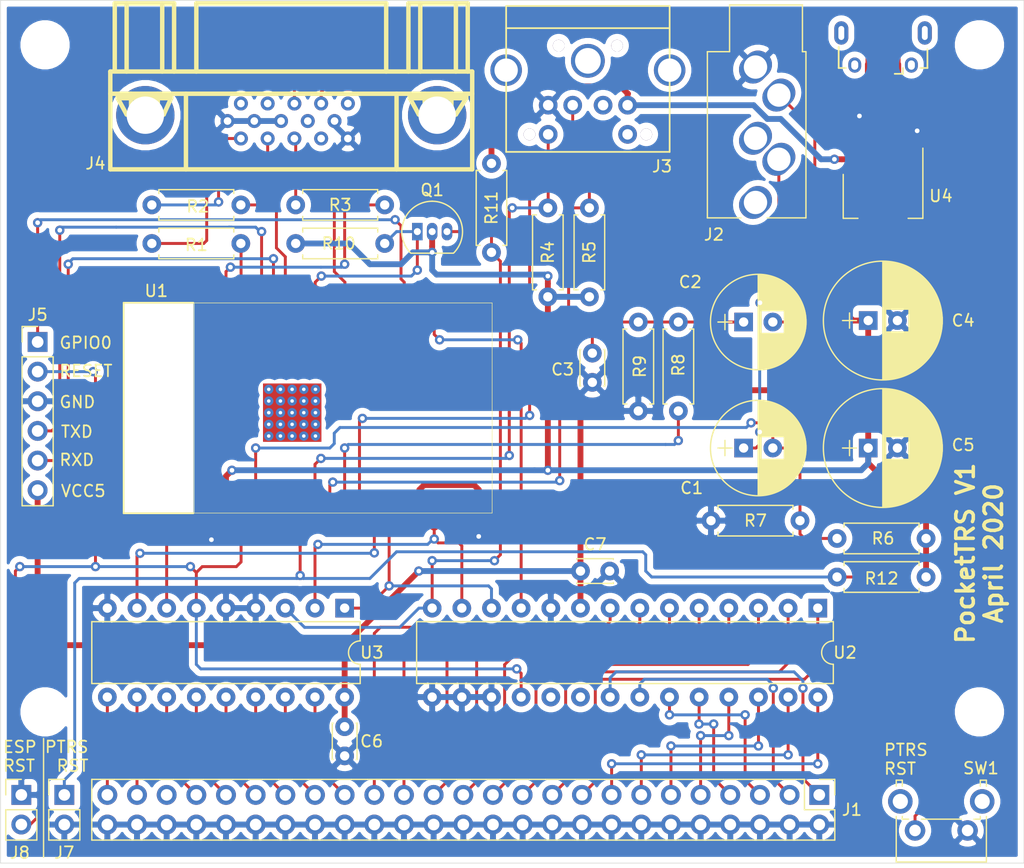
<source format=kicad_pcb>
(kicad_pcb (version 20171130) (host pcbnew "(5.1.5)-3")
  (layers (0 F.Cu signal) (31 B.Cu signal) (34 B.Paste user) (35 F.Paste user) (36 B.SilkS user) (37 F.SilkS user) (38 B.Mask user) (39 F.Mask user) (44 Edge.Cuts user))
  (net 0 "")
  (net 1 "Net-(C1-Pad1)")
  (net 2 CASS_IN)
  (net 3 "Net-(C2-Pad2)")
  (net 4 "Net-(C2-Pad1)")
  (net 5 GND)
  (net 6 +5V)
  (net 7 +3V3)
  (net 8 IOREQ_N)
  (net 9 M1_N)
  (net 10 EXTIOSEL_N)
  (net 11 IOWAIT_N)
  (net 12 IOINT_N)
  (net 13 RESET_N)
  (net 14 OUT_N)
  (net 15 IN_N)
  (net 16 A7)
  (net 17 A6)
  (net 18 A5)
  (net 19 A4)
  (net 20 A3)
  (net 21 A2)
  (net 22 A1)
  (net 23 A0)
  (net 24 D7)
  (net 25 D6)
  (net 26 D5)
  (net 27 D4)
  (net 28 D3)
  (net 29 D2)
  (net 30 D1)
  (net 31 D0)
  (net 32 PS2_DATA)
  (net 33 PS2_CLK)
  (net 34 "Net-(J4-Pad3)")
  (net 35 "Net-(J4-Pad2)")
  (net 36 "Net-(J4-Pad1)")
  (net 37 VGA_HSYNC)
  (net 38 VGA_VSYNC)
  (net 39 RXD0)
  (net 40 TXD0)
  (net 41 ESP_RESET)
  (net 42 I00)
  (net 43 PTRS_RESET)
  (net 44 ESP_MISO)
  (net 45 MISO)
  (net 46 VGA_RED)
  (net 47 VGA_GREEN)
  (net 48 VGA_BLUE)
  (net 49 CASS_OUT)
  (net 50 CS23S08)
  (net 51 CS23S17)
  (net 52 MOSI)
  (net 53 SCK)
  (net 54 ESP_INT_N)
  (module esp32-wrover.pretty:ESP32-WROVER (layer F.Cu) (at 182.245 96.901 90)
    (fp_text reference U1 (at 10.033 -3.81 180) (layer F.SilkS))
    (fp_text value ESP32-WROVER-B hide)
    (pad 39 thru_hole circle (at 1.6 5.82 90) (size 0.8 0.8) (drill 0.3) (layers *.Cu *.Mask))
    (pad 39 thru_hole circle (at 1.6 6.82 90) (size 0.8 0.8) (drill 0.3) (layers *.Cu *.Mask))
    (pad 39 thru_hole circle (at 1.6 7.82 90) (size 0.8 0.8) (drill 0.3) (layers *.Cu *.Mask))
    (pad 39 thru_hole circle (at 1.6 8.82 90) (size 0.8 0.8) (drill 0.3) (layers *.Cu *.Mask))
    (pad 39 thru_hole circle (at 1.6 9.82 90) (size 0.8 0.8) (drill 0.3) (layers *.Cu *.Mask))
    (pad 39 thru_hole circle (at -0.4 5.82 90) (size 0.8 0.8) (drill 0.3) (layers *.Cu *.Mask))
    (pad 39 thru_hole circle (at -0.4 6.82 90) (size 0.8 0.8) (drill 0.3) (layers *.Cu *.Mask))
    (pad 39 thru_hole circle (at -0.4 7.82 90) (size 0.8 0.8) (drill 0.3) (layers *.Cu *.Mask))
    (pad 39 thru_hole circle (at -0.4 8.82 90) (size 0.8 0.8) (drill 0.3) (layers *.Cu *.Mask))
    (pad 39 thru_hole circle (at -0.4 9.82 90) (size 0.8 0.8) (drill 0.3) (layers *.Cu *.Mask))
    (pad 39 thru_hole circle (at 0.6 9.82 90) (size 0.8 0.8) (drill 0.3) (layers *.Cu *.Mask))
    (pad 39 thru_hole circle (at 0.6 8.82 90) (size 0.8 0.8) (drill 0.3) (layers *.Cu *.Mask))
    (pad 39 thru_hole circle (at 0.6 7.82 90) (size 0.8 0.8) (drill 0.3) (layers *.Cu *.Mask))
    (pad 39 thru_hole circle (at 0.6 6.82 90) (size 0.8 0.8) (drill 0.3) (layers *.Cu *.Mask))
    (pad 39 thru_hole circle (at 0.6 5.82 90) (size 0.8 0.8) (drill 0.3) (layers *.Cu *.Mask))
    (pad 39 thru_hole circle (at -1.4 5.82 90) (size 0.8 0.8) (drill 0.3) (layers *.Cu *.Mask))
    (pad 39 thru_hole circle (at -1.4 6.82 90) (size 0.8 0.8) (drill 0.3) (layers *.Cu *.Mask))
    (pad 39 thru_hole circle (at -1.4 7.82 90) (size 0.8 0.8) (drill 0.3) (layers *.Cu *.Mask))
    (pad 39 thru_hole circle (at -1.4 8.82 90) (size 0.8 0.8) (drill 0.3) (layers *.Cu *.Mask))
    (pad 39 thru_hole circle (at -1.4 9.82 90) (size 0.8 0.8) (drill 0.3) (layers *.Cu *.Mask))
    (pad 39 thru_hole circle (at -2.4 9.82 90) (size 0.8 0.8) (drill 0.3) (layers *.Cu *.Mask))
    (pad 39 thru_hole circle (at -2.4 8.82 90) (size 0.8 0.8) (drill 0.3) (layers *.Cu *.Mask))
    (pad 39 thru_hole circle (at -2.4 7.82 90) (size 0.8 0.8) (drill 0.3) (layers *.Cu *.Mask))
    (pad 39 thru_hole circle (at -2.4 6.82 90) (size 0.8 0.8) (drill 0.3) (layers *.Cu *.Mask))
    (pad 38 smd oval (at 9.03 0.91 90) (size 3 0.9) (layers F.Cu F.Paste F.Mask))
    (pad 37 smd oval (at 9.03 2.18 90) (size 3 0.9) (layers F.Cu F.Paste F.Mask) (net 48 VGA_BLUE))
    (pad 36 smd oval (at 9.03 3.45 90) (size 3 0.9) (layers F.Cu F.Paste F.Mask) (net 46 VGA_RED))
    (pad 35 smd oval (at 9.03 4.72 90) (size 3 0.9) (layers F.Cu F.Paste F.Mask) (net 40 TXD0))
    (pad 34 smd oval (at 9.03 5.99 90) (size 3 0.9) (layers F.Cu F.Paste F.Mask) (net 39 RXD0))
    (pad 33 smd oval (at 9.03 7.26 90) (size 3 0.9) (layers F.Cu F.Paste F.Mask) (net 47 VGA_GREEN))
    (pad 32 smd oval (at 9.03 8.53 90) (size 3 0.9) (layers F.Cu F.Paste F.Mask))
    (pad 31 smd oval (at 9.03 9.8 90) (size 3 0.9) (layers F.Cu F.Paste F.Mask) (net 44 ESP_MISO))
    (pad 30 smd oval (at 9.03 11.07 90) (size 3 0.9) (layers F.Cu F.Paste F.Mask) (net 50 CS23S08))
    (pad 29 smd oval (at 9.03 12.34 90) (size 3 0.9) (layers F.Cu F.Paste F.Mask) (net 38 VGA_VSYNC))
    (pad 28 smd oval (at 9.03 13.61 90) (size 3 0.9) (layers F.Cu F.Paste F.Mask))
    (pad 27 smd oval (at 9.03 14.88 90) (size 3 0.9) (layers F.Cu F.Paste F.Mask))
    (pad 26 smd oval (at 9.03 16.15 90) (size 3 0.9) (layers F.Cu F.Paste F.Mask))
    (pad 25 smd oval (at 9.03 17.42 90) (size 3 0.9) (layers F.Cu F.Paste F.Mask) (net 42 I00))
    (pad 24 smd oval (at 9 18.72 90) (size 3 0.9) (layers F.Cu F.Paste F.Mask))
    (pad 23 smd oval (at 9 19.99 90) (size 3 0.9) (layers F.Cu F.Paste F.Mask) (net 51 CS23S17))
    (pad 22 smd oval (at 9 21.26 90) (size 3 0.9) (layers F.Cu F.Paste F.Mask))
    (pad 21 smd oval (at 9 22.53 90) (size 3 0.9) (layers F.Cu F.Paste F.Mask))
    (pad 20 smd oval (at 9 23.8 90) (size 3 0.9) (layers F.Cu F.Paste F.Mask))
    (pad 19 smd oval (at -9 23.8 90) (size 3 0.9) (layers F.Cu F.Paste F.Mask) (net 5 GND))
    (pad 18 smd oval (at -9 22.53 90) (size 3 0.9) (layers F.Cu F.Paste F.Mask))
    (pad 17 smd oval (at -9 21.26 90) (size 3 0.9) (layers F.Cu F.Paste F.Mask))
    (pad 16 smd oval (at -9 19.99 90) (size 3 0.9) (layers F.Cu F.Paste F.Mask) (net 52 MOSI))
    (pad 15 smd oval (at -9 18.72 90) (size 3 0.9) (layers F.Cu F.Paste F.Mask) (net 5 GND))
    (pad 14 smd oval (at -9 17.42 90) (size 3 0.9) (layers F.Cu F.Paste F.Mask))
    (pad 13 smd oval (at -9 16.15 90) (size 3 0.9) (layers F.Cu F.Paste F.Mask) (net 53 SCK))
    (pad 12 smd oval (at -9 14.88 90) (size 3 0.9) (layers F.Cu F.Paste F.Mask) (net 54 ESP_INT_N))
    (pad 11 smd oval (at -9 13.61 90) (size 3 0.9) (layers F.Cu F.Paste F.Mask) (net 37 VGA_HSYNC))
    (pad 10 smd oval (at -9 12.34 90) (size 3 0.9) (layers F.Cu F.Paste F.Mask) (net 49 CASS_OUT))
    (pad 9 smd oval (at -9 11.07 90) (size 3 0.9) (layers F.Cu F.Paste F.Mask) (net 32 PS2_DATA))
    (pad 8 smd oval (at -9 9.8 90) (size 3 0.9) (layers F.Cu F.Paste F.Mask) (net 33 PS2_CLK))
    (pad 7 smd oval (at -9 8.53 90) (size 3 0.9) (layers F.Cu F.Paste F.Mask) (net 43 PTRS_RESET))
    (pad 6 smd oval (at -9 7.26 90) (size 3 0.9) (layers F.Cu F.Paste F.Mask))
    (pad 5 smd oval (at -9 5.99 90) (size 3 0.9) (layers F.Cu F.Paste F.Mask))
    (pad 4 smd oval (at -9 4.72 90) (size 3 0.9) (layers F.Cu F.Paste F.Mask) (net 2 CASS_IN))
    (pad 3 smd oval (at -9 3.45 90) (size 3 0.9) (layers F.Cu F.Paste F.Mask) (net 41 ESP_RESET))
    (pad 2 smd oval (at -9 2.18 90) (size 3 0.9) (layers F.Cu F.Paste F.Mask) (net 7 +3V3))
    (pad 1 smd oval (at -9 0.91 90) (size 3 0.9) (layers F.Cu F.Paste F.Mask) (net 5 GND))
    (pad 39 smd rect (at -0.4 7.83 90) (size 5 5) (layers F.Cu F.Paste F.Mask))
    (pad 39 thru_hole circle (at -2.4 5.82 90) (size 0.8 0.8) (drill 0.3) (layers *.Cu *.Mask))
  )
  (module Capacitors_THT:CP_Radial_D8.0mm_P2.50mm (layer F.Cu) (at 228.727 100.33)
    (fp_text reference C1 (at -4.445 3.429) (layer F.SilkS))
    (fp_text value 10U)
    (pad 1 thru_hole rect (at 0 0) (size 1.6 1.6) (drill 0.8) (layers *.Cu *.Mask) (net 1 "Net-(C1-Pad1)"))
    (pad 2 thru_hole circle (at 2.5 0) (size 1.6 1.6) (drill 0.8) (layers *.Cu *.Mask) (net 2 CASS_IN))
  )
  (module Capacitors_THT:CP_Radial_D8.0mm_P2.50mm (layer F.Cu) (at 228.727 89.535)
    (fp_text reference C2 (at -4.572 -3.429) (layer F.SilkS))
    (fp_text value 10U)
    (pad 2 thru_hole circle (at 2.5 0) (size 1.6 1.6) (drill 0.8) (layers *.Cu *.Mask) (net 3 "Net-(C2-Pad2)"))
    (pad 1 thru_hole rect (at 0 0) (size 1.6 1.6) (drill 0.8) (layers *.Cu *.Mask) (net 4 "Net-(C2-Pad1)"))
  )
  (module Capacitors_THT:C_Disc_D3.0mm_W2.0mm_P2.50mm (layer F.Cu) (at 215.773 92.202 270)
    (fp_text reference C3 (at 1.397 2.54 180) (layer F.SilkS))
    (fp_text value 100n)
    (pad 2 thru_hole circle (at 2.5 0 270) (size 1.6 1.6) (drill 0.8) (layers *.Cu *.Mask) (net 5 GND))
    (pad 1 thru_hole circle (at 0 0 270) (size 1.6 1.6) (drill 0.8) (layers *.Cu *.Mask) (net 4 "Net-(C2-Pad1)"))
  )
  (module Capacitors_THT:CP_Radial_D10.0mm_P2.50mm (layer F.Cu) (at 239.395 89.408)
    (fp_text reference C4 (at 8.128 0) (layer F.SilkS))
    (fp_text value 100U)
    (pad 2 thru_hole circle (at 2.5 0) (size 1.6 1.6) (drill 0.8) (layers *.Cu *.Mask) (net 5 GND))
    (pad 1 thru_hole rect (at 0 0) (size 1.6 1.6) (drill 0.8) (layers *.Cu *.Mask) (net 6 +5V))
  )
  (module Capacitors_THT:CP_Radial_D10.0mm_P2.50mm (layer F.Cu) (at 239.395 100.33)
    (fp_text reference C5 (at 8.128 -0.254) (layer F.SilkS))
    (fp_text value 100U)
    (pad 1 thru_hole rect (at 0 0) (size 1.6 1.6) (drill 0.8) (layers *.Cu *.Mask) (net 7 +3V3))
    (pad 2 thru_hole circle (at 2.5 0) (size 1.6 1.6) (drill 0.8) (layers *.Cu *.Mask) (net 5 GND))
  )
  (module Capacitors_THT:C_Disc_D3.0mm_W2.0mm_P2.50mm (layer F.Cu) (at 194.564 124.206 270)
    (fp_text reference C6 (at 1.25 -2.31 180) (layer F.SilkS))
    (fp_text value 100N)
    (pad 2 thru_hole circle (at 2.5 0 270) (size 1.6 1.6) (drill 0.8) (layers *.Cu *.Mask) (net 5 GND))
    (pad 1 thru_hole circle (at 0 0 270) (size 1.6 1.6) (drill 0.8) (layers *.Cu *.Mask) (net 6 +5V))
  )
  (module Capacitors_THT:C_Disc_D3.0mm_W2.0mm_P2.50mm (layer F.Cu) (at 214.757 110.871)
    (fp_text reference C7 (at 1.25 -2.286) (layer F.SilkS))
    (fp_text value 100N)
    (pad 1 thru_hole circle (at 0 0) (size 1.6 1.6) (drill 0.8) (layers *.Cu *.Mask) (net 6 +5V))
    (pad 2 thru_hole circle (at 2.5 0) (size 1.6 1.6) (drill 0.8) (layers *.Cu *.Mask) (net 5 GND))
  )
  (module Pin_Headers:Pin_Header_Straight_2x25_Pitch2.54mm (layer F.Cu) (at 235.204 130.048 270)
    (fp_text reference J1 (at 1.27 -2.794 180) (layer F.SilkS))
    (fp_text value TRS-80)
    (pad 50 thru_hole oval (at 2.54 60.96 270) (size 1.7 1.7) (drill 1) (layers *.Cu *.Mask) (net 5 GND))
    (pad 49 thru_hole oval (at 0 60.96 270) (size 1.7 1.7) (drill 1) (layers *.Cu *.Mask) (net 8 IOREQ_N))
    (pad 48 thru_hole oval (at 2.54 58.42 270) (size 1.7 1.7) (drill 1) (layers *.Cu *.Mask) (net 5 GND))
    (pad 47 thru_hole oval (at 0 58.42 270) (size 1.7 1.7) (drill 1) (layers *.Cu *.Mask) (net 9 M1_N))
    (pad 46 thru_hole oval (at 2.54 55.88 270) (size 1.7 1.7) (drill 1) (layers *.Cu *.Mask) (net 5 GND))
    (pad 45 thru_hole oval (at 0 55.88 270) (size 1.7 1.7) (drill 1) (layers *.Cu *.Mask))
    (pad 44 thru_hole oval (at 2.54 53.34 270) (size 1.7 1.7) (drill 1) (layers *.Cu *.Mask) (net 5 GND))
    (pad 43 thru_hole oval (at 0 53.34 270) (size 1.7 1.7) (drill 1) (layers *.Cu *.Mask) (net 10 EXTIOSEL_N))
    (pad 42 thru_hole oval (at 2.54 50.8 270) (size 1.7 1.7) (drill 1) (layers *.Cu *.Mask) (net 5 GND))
    (pad 41 thru_hole oval (at 0 50.8 270) (size 1.7 1.7) (drill 1) (layers *.Cu *.Mask) (net 11 IOWAIT_N))
    (pad 40 thru_hole oval (at 2.54 48.26 270) (size 1.7 1.7) (drill 1) (layers *.Cu *.Mask) (net 5 GND))
    (pad 39 thru_hole oval (at 0 48.26 270) (size 1.7 1.7) (drill 1) (layers *.Cu *.Mask) (net 12 IOINT_N))
    (pad 38 thru_hole oval (at 2.54 45.72 270) (size 1.7 1.7) (drill 1) (layers *.Cu *.Mask) (net 5 GND))
    (pad 37 thru_hole oval (at 0 45.72 270) (size 1.7 1.7) (drill 1) (layers *.Cu *.Mask) (net 13 RESET_N))
    (pad 36 thru_hole oval (at 2.54 43.18 270) (size 1.7 1.7) (drill 1) (layers *.Cu *.Mask) (net 5 GND))
    (pad 35 thru_hole oval (at 0 43.18 270) (size 1.7 1.7) (drill 1) (layers *.Cu *.Mask) (net 14 OUT_N))
    (pad 34 thru_hole oval (at 2.54 40.64 270) (size 1.7 1.7) (drill 1) (layers *.Cu *.Mask) (net 5 GND))
    (pad 33 thru_hole oval (at 0 40.64 270) (size 1.7 1.7) (drill 1) (layers *.Cu *.Mask) (net 15 IN_N))
    (pad 32 thru_hole oval (at 2.54 38.1 270) (size 1.7 1.7) (drill 1) (layers *.Cu *.Mask) (net 5 GND))
    (pad 31 thru_hole oval (at 0 38.1 270) (size 1.7 1.7) (drill 1) (layers *.Cu *.Mask) (net 16 A7))
    (pad 30 thru_hole oval (at 2.54 35.56 270) (size 1.7 1.7) (drill 1) (layers *.Cu *.Mask) (net 5 GND))
    (pad 29 thru_hole oval (at 0 35.56 270) (size 1.7 1.7) (drill 1) (layers *.Cu *.Mask) (net 17 A6))
    (pad 28 thru_hole oval (at 2.54 33.02 270) (size 1.7 1.7) (drill 1) (layers *.Cu *.Mask) (net 5 GND))
    (pad 27 thru_hole oval (at 0 33.02 270) (size 1.7 1.7) (drill 1) (layers *.Cu *.Mask) (net 18 A5))
    (pad 26 thru_hole oval (at 2.54 30.48 270) (size 1.7 1.7) (drill 1) (layers *.Cu *.Mask) (net 5 GND))
    (pad 25 thru_hole oval (at 0 30.48 270) (size 1.7 1.7) (drill 1) (layers *.Cu *.Mask) (net 19 A4))
    (pad 24 thru_hole oval (at 2.54 27.94 270) (size 1.7 1.7) (drill 1) (layers *.Cu *.Mask) (net 5 GND))
    (pad 23 thru_hole oval (at 0 27.94 270) (size 1.7 1.7) (drill 1) (layers *.Cu *.Mask) (net 20 A3))
    (pad 22 thru_hole oval (at 2.54 25.4 270) (size 1.7 1.7) (drill 1) (layers *.Cu *.Mask) (net 5 GND))
    (pad 21 thru_hole oval (at 0 25.4 270) (size 1.7 1.7) (drill 1) (layers *.Cu *.Mask) (net 21 A2))
    (pad 20 thru_hole oval (at 2.54 22.86 270) (size 1.7 1.7) (drill 1) (layers *.Cu *.Mask) (net 5 GND))
    (pad 19 thru_hole oval (at 0 22.86 270) (size 1.7 1.7) (drill 1) (layers *.Cu *.Mask) (net 22 A1))
    (pad 18 thru_hole oval (at 2.54 20.32 270) (size 1.7 1.7) (drill 1) (layers *.Cu *.Mask) (net 5 GND))
    (pad 17 thru_hole oval (at 0 20.32 270) (size 1.7 1.7) (drill 1) (layers *.Cu *.Mask) (net 23 A0))
    (pad 16 thru_hole oval (at 2.54 17.78 270) (size 1.7 1.7) (drill 1) (layers *.Cu *.Mask) (net 5 GND))
    (pad 15 thru_hole oval (at 0 17.78 270) (size 1.7 1.7) (drill 1) (layers *.Cu *.Mask) (net 24 D7))
    (pad 14 thru_hole oval (at 2.54 15.24 270) (size 1.7 1.7) (drill 1) (layers *.Cu *.Mask) (net 5 GND))
    (pad 13 thru_hole oval (at 0 15.24 270) (size 1.7 1.7) (drill 1) (layers *.Cu *.Mask) (net 25 D6))
    (pad 12 thru_hole oval (at 2.54 12.7 270) (size 1.7 1.7) (drill 1) (layers *.Cu *.Mask) (net 5 GND))
    (pad 11 thru_hole oval (at 0 12.7 270) (size 1.7 1.7) (drill 1) (layers *.Cu *.Mask) (net 26 D5))
    (pad 10 thru_hole oval (at 2.54 10.16 270) (size 1.7 1.7) (drill 1) (layers *.Cu *.Mask) (net 5 GND))
    (pad 9 thru_hole oval (at 0 10.16 270) (size 1.7 1.7) (drill 1) (layers *.Cu *.Mask) (net 27 D4))
    (pad 8 thru_hole oval (at 2.54 7.62 270) (size 1.7 1.7) (drill 1) (layers *.Cu *.Mask) (net 5 GND))
    (pad 7 thru_hole oval (at 0 7.62 270) (size 1.7 1.7) (drill 1) (layers *.Cu *.Mask) (net 28 D3))
    (pad 6 thru_hole oval (at 2.54 5.08 270) (size 1.7 1.7) (drill 1) (layers *.Cu *.Mask) (net 5 GND))
    (pad 5 thru_hole oval (at 0 5.08 270) (size 1.7 1.7) (drill 1) (layers *.Cu *.Mask) (net 29 D2))
    (pad 4 thru_hole oval (at 2.54 2.54 270) (size 1.7 1.7) (drill 1) (layers *.Cu *.Mask) (net 5 GND))
    (pad 3 thru_hole oval (at 0 2.54 270) (size 1.7 1.7) (drill 1) (layers *.Cu *.Mask) (net 30 D1))
    (pad 2 thru_hole oval (at 2.54 0 270) (size 1.7 1.7) (drill 1) (layers *.Cu *.Mask) (net 5 GND))
    (pad 1 thru_hole rect (at 0 0 270) (size 1.7 1.7) (drill 1) (layers *.Cu *.Mask) (net 31 D0))
  )
  (module Pin_Headers:Pin_Header_Straight_1x06_Pitch2.54mm (layer F.Cu) (at 168.275 91.244001)
    (fp_text reference J5 (at 0 -2.33) (layer F.SilkS))
    (fp_text value Programmer)
    (pad 6 thru_hole oval (at 0 12.7) (size 1.7 1.7) (drill 1) (layers *.Cu *.Mask) (net 6 +5V))
    (pad 5 thru_hole oval (at 0 10.16) (size 1.7 1.7) (drill 1) (layers *.Cu *.Mask) (net 39 RXD0))
    (pad 4 thru_hole oval (at 0 7.62) (size 1.7 1.7) (drill 1) (layers *.Cu *.Mask) (net 40 TXD0))
    (pad 3 thru_hole oval (at 0 5.08) (size 1.7 1.7) (drill 1) (layers *.Cu *.Mask) (net 5 GND))
    (pad 2 thru_hole oval (at 0 2.54) (size 1.7 1.7) (drill 1) (layers *.Cu *.Mask) (net 41 ESP_RESET))
    (pad 1 thru_hole rect (at 0 0) (size 1.7 1.7) (drill 1) (layers *.Cu *.Mask) (net 42 I00))
  )
  (module Pin_Headers:Pin_Header_Straight_1x02_Pitch2.54mm (layer F.Cu) (at 170.561 130.048)
    (fp_text reference J7 (at 0 4.953) (layer F.SilkS))
    (fp_text value PTRS_RESET)
    (pad 2 thru_hole oval (at 0 2.54) (size 1.7 1.7) (drill 1) (layers *.Cu *.Mask) (net 5 GND))
    (pad 1 thru_hole rect (at 0 0) (size 1.7 1.7) (drill 1) (layers *.Cu *.Mask) (net 43 PTRS_RESET))
  )
  (module Pin_Headers:Pin_Header_Straight_1x02_Pitch2.54mm (layer F.Cu) (at 166.878 130.048)
    (fp_text reference J8 (at -0.127 4.953) (layer F.SilkS))
    (fp_text value ESP_RESET)
    (pad 1 thru_hole rect (at 0 0) (size 1.7 1.7) (drill 1) (layers *.Cu *.Mask) (net 5 GND))
    (pad 2 thru_hole oval (at 0 2.54) (size 1.7 1.7) (drill 1) (layers *.Cu *.Mask) (net 41 ESP_RESET))
  )
  (module TO_SOT_Packages_THT:TO-92_Inline_Narrow_Oval (layer F.Cu) (at 200.787 81.788)
    (fp_text reference Q1 (at 1.27 -3.56) (layer F.SilkS))
    (fp_text value 2N7000)
    (pad 1 thru_hole rect (at 0 0 180) (size 0.9 1.5) (drill 0.6) (layers *.Cu *.Mask) (net 44 ESP_MISO))
    (pad 3 thru_hole oval (at 2.54 0 180) (size 0.9 1.5) (drill 0.6) (layers *.Cu *.Mask) (net 45 MISO))
    (pad 2 thru_hole oval (at 1.27 0 180) (size 0.9 1.5) (drill 0.6) (layers *.Cu *.Mask) (net 7 +3V3))
  )
  (module Resistors_THT:R_Axial_DIN0207_L6.3mm_D2.5mm_P7.62mm_Horizontal (layer F.Cu) (at 178.054 82.804)
    (fp_text reference R1 (at 3.81 0.127) (layer F.SilkS))
    (fp_text value 220R)
    (pad 2 thru_hole oval (at 7.62 0) (size 1.6 1.6) (drill 0.8) (layers *.Cu *.Mask) (net 46 VGA_RED))
    (pad 1 thru_hole circle (at 0 0) (size 1.6 1.6) (drill 0.8) (layers *.Cu *.Mask) (net 36 "Net-(J4-Pad1)"))
  )
  (module Resistors_THT:R_Axial_DIN0207_L6.3mm_D2.5mm_P7.62mm_Horizontal (layer F.Cu) (at 178.054 79.502)
    (fp_text reference R2 (at 3.937 0.127) (layer F.SilkS))
    (fp_text value 220R)
    (pad 1 thru_hole circle (at 0 0) (size 1.6 1.6) (drill 0.8) (layers *.Cu *.Mask) (net 35 "Net-(J4-Pad2)"))
    (pad 2 thru_hole oval (at 7.62 0) (size 1.6 1.6) (drill 0.8) (layers *.Cu *.Mask) (net 47 VGA_GREEN))
  )
  (module Resistors_THT:R_Axial_DIN0207_L6.3mm_D2.5mm_P7.62mm_Horizontal (layer F.Cu) (at 190.373 79.502)
    (fp_text reference R3 (at 3.81 0) (layer F.SilkS))
    (fp_text value 220R)
    (pad 2 thru_hole oval (at 7.62 0) (size 1.6 1.6) (drill 0.8) (layers *.Cu *.Mask) (net 48 VGA_BLUE))
    (pad 1 thru_hole circle (at 0 0) (size 1.6 1.6) (drill 0.8) (layers *.Cu *.Mask) (net 34 "Net-(J4-Pad3)"))
  )
  (module Resistors_THT:R_Axial_DIN0207_L6.3mm_D2.5mm_P7.62mm_Horizontal (layer F.Cu) (at 211.963 79.756 270)
    (fp_text reference R4 (at 3.81 0 90) (layer F.SilkS))
    (fp_text value 2K)
    (pad 1 thru_hole circle (at 0 0 270) (size 1.6 1.6) (drill 0.8) (layers *.Cu *.Mask) (net 33 PS2_CLK))
    (pad 2 thru_hole oval (at 7.62 0 270) (size 1.6 1.6) (drill 0.8) (layers *.Cu *.Mask) (net 7 +3V3))
  )
  (module Resistors_THT:R_Axial_DIN0207_L6.3mm_D2.5mm_P7.62mm_Horizontal (layer F.Cu) (at 215.519 79.756 270)
    (fp_text reference R5 (at 3.81 0 90) (layer F.SilkS))
    (fp_text value 2K)
    (pad 2 thru_hole oval (at 7.62 0 270) (size 1.6 1.6) (drill 0.8) (layers *.Cu *.Mask) (net 7 +3V3))
    (pad 1 thru_hole circle (at 0 0 270) (size 1.6 1.6) (drill 0.8) (layers *.Cu *.Mask) (net 32 PS2_DATA))
  )
  (module Resistors_THT:R_Axial_DIN0207_L6.3mm_D2.5mm_P7.62mm_Horizontal (layer F.Cu) (at 244.348 108.077 180)
    (fp_text reference R6 (at 3.683 0) (layer F.SilkS))
    (fp_text value 4K7)
    (pad 2 thru_hole oval (at 7.62 0 180) (size 1.6 1.6) (drill 0.8) (layers *.Cu *.Mask) (net 2 CASS_IN))
    (pad 1 thru_hole circle (at 0 0 180) (size 1.6 1.6) (drill 0.8) (layers *.Cu *.Mask) (net 7 +3V3))
  )
  (module Resistors_THT:R_Axial_DIN0207_L6.3mm_D2.5mm_P7.62mm_Horizontal (layer F.Cu) (at 233.553 106.553 180)
    (fp_text reference R7 (at 3.81 0) (layer F.SilkS))
    (fp_text value 4K7)
    (pad 1 thru_hole circle (at 0 0 180) (size 1.6 1.6) (drill 0.8) (layers *.Cu *.Mask) (net 2 CASS_IN))
    (pad 2 thru_hole oval (at 7.62 0 180) (size 1.6 1.6) (drill 0.8) (layers *.Cu *.Mask) (net 5 GND))
  )
  (module Resistors_THT:R_Axial_DIN0207_L6.3mm_D2.5mm_P7.62mm_Horizontal (layer F.Cu) (at 223.139 89.535 270)
    (fp_text reference R8 (at 3.683 0 90) (layer F.SilkS))
    (fp_text value 270R)
    (pad 2 thru_hole oval (at 7.62 0 270) (size 1.6 1.6) (drill 0.8) (layers *.Cu *.Mask) (net 49 CASS_OUT))
    (pad 1 thru_hole circle (at 0 0 270) (size 1.6 1.6) (drill 0.8) (layers *.Cu *.Mask) (net 4 "Net-(C2-Pad1)"))
  )
  (module Resistors_THT:R_Axial_DIN0207_L6.3mm_D2.5mm_P7.62mm_Horizontal (layer F.Cu) (at 219.71 89.535 270)
    (fp_text reference R9 (at 3.81 -0.127 90) (layer F.SilkS))
    (fp_text value 150R)
    (pad 1 thru_hole circle (at 0 0 270) (size 1.6 1.6) (drill 0.8) (layers *.Cu *.Mask) (net 4 "Net-(C2-Pad1)"))
    (pad 2 thru_hole oval (at 7.62 0 270) (size 1.6 1.6) (drill 0.8) (layers *.Cu *.Mask) (net 5 GND))
  )
  (module Resistors_THT:R_Axial_DIN0207_L6.3mm_D2.5mm_P7.62mm_Horizontal (layer F.Cu) (at 190.373 82.804)
    (fp_text reference R10 (at 3.683 0) (layer F.SilkS))
    (fp_text value 10K)
    (pad 1 thru_hole circle (at 0 0) (size 1.6 1.6) (drill 0.8) (layers *.Cu *.Mask) (net 7 +3V3))
    (pad 2 thru_hole oval (at 7.62 0) (size 1.6 1.6) (drill 0.8) (layers *.Cu *.Mask) (net 44 ESP_MISO))
  )
  (module Resistors_THT:R_Axial_DIN0207_L6.3mm_D2.5mm_P7.62mm_Horizontal (layer F.Cu) (at 207.137 75.946 270)
    (fp_text reference R11 (at 3.81 0 90) (layer F.SilkS))
    (fp_text value 10K)
    (pad 2 thru_hole oval (at 7.62 0 270) (size 1.6 1.6) (drill 0.8) (layers *.Cu *.Mask) (net 45 MISO))
    (pad 1 thru_hole circle (at 0 0 270) (size 1.6 1.6) (drill 0.8) (layers *.Cu *.Mask) (net 6 +5V))
  )
  (module Resistors_THT:R_Axial_DIN0207_L6.3mm_D2.5mm_P7.62mm_Horizontal (layer F.Cu) (at 244.348 111.379 180)
    (fp_text reference R12 (at 3.81 -0.127) (layer F.SilkS))
    (fp_text value 4K7)
    (pad 1 thru_hole circle (at 0 0 180) (size 1.6 1.6) (drill 0.8) (layers *.Cu *.Mask) (net 7 +3V3))
    (pad 2 thru_hole oval (at 7.62 0 180) (size 1.6 1.6) (drill 0.8) (layers *.Cu *.Mask) (net 43 PTRS_RESET))
  )
  (module Housings_DIP:DIP-28_W7.62mm (layer F.Cu) (at 235.077 114.046 270)
    (fp_text reference U2 (at 3.81 -2.33 180) (layer F.SilkS))
    (fp_text value MCP23S17_SP)
    (pad 28 thru_hole oval (at 7.62 0 270) (size 1.6 1.6) (drill 0.8) (layers *.Cu *.Mask) (net 24 D7))
    (pad 14 thru_hole oval (at 0 33.02 270) (size 1.6 1.6) (drill 0.8) (layers *.Cu *.Mask) (net 45 MISO))
    (pad 27 thru_hole oval (at 7.62 2.54 270) (size 1.6 1.6) (drill 0.8) (layers *.Cu *.Mask) (net 25 D6))
    (pad 13 thru_hole oval (at 0 30.48 270) (size 1.6 1.6) (drill 0.8) (layers *.Cu *.Mask) (net 52 MOSI))
    (pad 26 thru_hole oval (at 7.62 5.08 270) (size 1.6 1.6) (drill 0.8) (layers *.Cu *.Mask) (net 26 D5))
    (pad 12 thru_hole oval (at 0 27.94 270) (size 1.6 1.6) (drill 0.8) (layers *.Cu *.Mask) (net 53 SCK))
    (pad 25 thru_hole oval (at 7.62 7.62 270) (size 1.6 1.6) (drill 0.8) (layers *.Cu *.Mask) (net 27 D4))
    (pad 11 thru_hole oval (at 0 25.4 270) (size 1.6 1.6) (drill 0.8) (layers *.Cu *.Mask) (net 51 CS23S17))
    (pad 24 thru_hole oval (at 7.62 10.16 270) (size 1.6 1.6) (drill 0.8) (layers *.Cu *.Mask) (net 28 D3))
    (pad 10 thru_hole oval (at 0 22.86 270) (size 1.6 1.6) (drill 0.8) (layers *.Cu *.Mask) (net 5 GND))
    (pad 23 thru_hole oval (at 7.62 12.7 270) (size 1.6 1.6) (drill 0.8) (layers *.Cu *.Mask) (net 29 D2))
    (pad 9 thru_hole oval (at 0 20.32 270) (size 1.6 1.6) (drill 0.8) (layers *.Cu *.Mask) (net 6 +5V))
    (pad 22 thru_hole oval (at 7.62 15.24 270) (size 1.6 1.6) (drill 0.8) (layers *.Cu *.Mask) (net 30 D1))
    (pad 8 thru_hole oval (at 0 17.78 270) (size 1.6 1.6) (drill 0.8) (layers *.Cu *.Mask) (net 16 A7))
    (pad 21 thru_hole oval (at 7.62 17.78 270) (size 1.6 1.6) (drill 0.8) (layers *.Cu *.Mask) (net 31 D0))
    (pad 7 thru_hole oval (at 0 15.24 270) (size 1.6 1.6) (drill 0.8) (layers *.Cu *.Mask) (net 17 A6))
    (pad 20 thru_hole oval (at 7.62 20.32 270) (size 1.6 1.6) (drill 0.8) (layers *.Cu *.Mask))
    (pad 6 thru_hole oval (at 0 12.7 270) (size 1.6 1.6) (drill 0.8) (layers *.Cu *.Mask) (net 18 A5))
    (pad 19 thru_hole oval (at 7.62 22.86 270) (size 1.6 1.6) (drill 0.8) (layers *.Cu *.Mask))
    (pad 5 thru_hole oval (at 0 10.16 270) (size 1.6 1.6) (drill 0.8) (layers *.Cu *.Mask) (net 19 A4))
    (pad 18 thru_hole oval (at 7.62 25.4 270) (size 1.6 1.6) (drill 0.8) (layers *.Cu *.Mask) (net 41 ESP_RESET))
    (pad 4 thru_hole oval (at 0 7.62 270) (size 1.6 1.6) (drill 0.8) (layers *.Cu *.Mask) (net 20 A3))
    (pad 17 thru_hole oval (at 7.62 27.94 270) (size 1.6 1.6) (drill 0.8) (layers *.Cu *.Mask) (net 5 GND))
    (pad 3 thru_hole oval (at 0 5.08 270) (size 1.6 1.6) (drill 0.8) (layers *.Cu *.Mask) (net 21 A2))
    (pad 16 thru_hole oval (at 7.62 30.48 270) (size 1.6 1.6) (drill 0.8) (layers *.Cu *.Mask) (net 5 GND))
    (pad 2 thru_hole oval (at 0 2.54 270) (size 1.6 1.6) (drill 0.8) (layers *.Cu *.Mask) (net 22 A1))
    (pad 15 thru_hole oval (at 7.62 33.02 270) (size 1.6 1.6) (drill 0.8) (layers *.Cu *.Mask) (net 5 GND))
    (pad 1 thru_hole rect (at 0 0 270) (size 1.6 1.6) (drill 0.8) (layers *.Cu *.Mask) (net 23 A0))
  )
  (module Housings_DIP:DIP-18_W7.62mm (layer F.Cu) (at 194.564 114.046 270)
    (fp_text reference U3 (at 3.81 -2.33 180) (layer F.SilkS))
    (fp_text value MCP23S08-E_P-ND)
    (pad 18 thru_hole oval (at 7.62 0 270) (size 1.6 1.6) (drill 0.8) (layers *.Cu *.Mask) (net 6 +5V))
    (pad 9 thru_hole oval (at 0 20.32 270) (size 1.6 1.6) (drill 0.8) (layers *.Cu *.Mask) (net 5 GND))
    (pad 17 thru_hole oval (at 7.62 2.54 270) (size 1.6 1.6) (drill 0.8) (layers *.Cu *.Mask) (net 15 IN_N))
    (pad 8 thru_hole oval (at 0 17.78 270) (size 1.6 1.6) (drill 0.8) (layers *.Cu *.Mask) (net 54 ESP_INT_N))
    (pad 16 thru_hole oval (at 7.62 5.08 270) (size 1.6 1.6) (drill 0.8) (layers *.Cu *.Mask) (net 14 OUT_N))
    (pad 7 thru_hole oval (at 0 15.24 270) (size 1.6 1.6) (drill 0.8) (layers *.Cu *.Mask) (net 50 CS23S08))
    (pad 15 thru_hole oval (at 7.62 7.62 270) (size 1.6 1.6) (drill 0.8) (layers *.Cu *.Mask) (net 13 RESET_N))
    (pad 6 thru_hole oval (at 0 12.7 270) (size 1.6 1.6) (drill 0.8) (layers *.Cu *.Mask) (net 41 ESP_RESET))
    (pad 14 thru_hole oval (at 7.62 10.16 270) (size 1.6 1.6) (drill 0.8) (layers *.Cu *.Mask) (net 12 IOINT_N))
    (pad 5 thru_hole oval (at 0 10.16 270) (size 1.6 1.6) (drill 0.8) (layers *.Cu *.Mask) (net 5 GND))
    (pad 13 thru_hole oval (at 7.62 12.7 270) (size 1.6 1.6) (drill 0.8) (layers *.Cu *.Mask) (net 11 IOWAIT_N))
    (pad 4 thru_hole oval (at 0 7.62 270) (size 1.6 1.6) (drill 0.8) (layers *.Cu *.Mask) (net 5 GND))
    (pad 12 thru_hole oval (at 7.62 15.24 270) (size 1.6 1.6) (drill 0.8) (layers *.Cu *.Mask) (net 10 EXTIOSEL_N))
    (pad 3 thru_hole oval (at 0 5.08 270) (size 1.6 1.6) (drill 0.8) (layers *.Cu *.Mask) (net 45 MISO))
    (pad 11 thru_hole oval (at 7.62 17.78 270) (size 1.6 1.6) (drill 0.8) (layers *.Cu *.Mask) (net 9 M1_N))
    (pad 2 thru_hole oval (at 0 2.54 270) (size 1.6 1.6) (drill 0.8) (layers *.Cu *.Mask) (net 52 MOSI))
    (pad 10 thru_hole oval (at 7.62 20.32 270) (size 1.6 1.6) (drill 0.8) (layers *.Cu *.Mask) (net 8 IOREQ_N))
    (pad 1 thru_hole rect (at 0 0 270) (size 1.6 1.6) (drill 0.8) (layers *.Cu *.Mask) (net 53 SCK))
  )
  (module TO_SOT_Packages_SMD:SOT-223-3_TabPin2 (layer F.Cu) (at 240.665 78.74 270)
    (fp_text reference U4 (at 0 -4.953 180) (layer F.SilkS))
    (fp_text value AMS1117-3.3)
    (pad 1 smd rect (at -3.15 -2.3 270) (size 2 1.5) (layers F.Cu F.Paste F.Mask) (net 5 GND))
    (pad 3 smd rect (at -3.15 2.3 270) (size 2 1.5) (layers F.Cu F.Paste F.Mask) (net 6 +5V))
    (pad 2 smd rect (at -3.15 0 270) (size 2 1.5) (layers F.Cu F.Paste F.Mask) (net 7 +3V3))
    (pad 2 smd rect (at 3.15 0 270) (size 2 3.8) (layers F.Cu F.Paste F.Mask) (net 7 +3V3))
  )
  (module Buttons_Switches_THT:SW_Tactile_SPST_Angled_PTS645Vx31-2LFS (layer F.Cu) (at 247.904 133.096 180)
    (fp_text reference SW1 (at -1.143 5.334) (layer F.SilkS))
    (fp_text value SW_Push)
    (pad "" thru_hole circle (at -1.25 2.49 180) (size 2.1 2.1) (drill 1.3) (layers *.Cu *.Mask))
    (pad 1 thru_hole circle (at 0 0 180) (size 1.75 1.75) (drill 0.99) (layers *.Cu *.Mask) (net 5 GND))
    (pad 2 thru_hole circle (at 4.5 0 180) (size 1.75 1.75) (drill 0.99) (layers *.Cu *.Mask) (net 43 PTRS_RESET))
    (pad "" thru_hole circle (at 5.76 2.49 180) (size 2.1 2.1) (drill 1.3) (layers *.Cu *.Mask))
  )
  (module PocketTRS_Connectors.pretty:Jack_3.5mm_CUI_SJ1-3535NG_Horizontal_CircularHoles (layer F.Cu) (at 229.743 67.691)
    (fp_text reference J2 (at -3.556 14.351) (layer F.SilkS))
    (fp_text value AudioJack3)
    (pad S thru_hole oval (at 0 0 45) (size 3 2.4) (drill 2) (layers *.Cu *.Mask) (net 5 GND))
    (pad T thru_hole oval (at 2 2.4 45) (size 3 2.4) (drill 2) (layers *.Cu *.Mask) (net 3 "Net-(C2-Pad2)"))
    (pad R thru_hole oval (at 2 7.9 45) (size 3 2.4) (drill 2) (layers *.Cu *.Mask) (net 1 "Net-(C1-Pad1)"))
    (pad TN thru_hole oval (at 0 11.6 45) (size 3 2.4) (drill 2) (layers *.Cu *.Mask))
    (pad RN thru_hole oval (at 0 6.1 45) (size 3 2.4) (drill 2) (layers *.Cu *.Mask))
  )
  (module PocketTRS_Connectors.pretty:minidin_6_ps2_pcb_mount (layer F.Cu) (at 215.392 68.707)
    (fp_text reference J3 (at 6.35 7.493) (layer F.SilkS))
    (fp_text value Mini-DIN-6 hide)
    (pad M1 thru_hole circle (at -2.5 -2.85) (size 1 1) (drill 1) (layers *.Cu *.Mask))
    (pad M2 thru_hole circle (at 2.5 -2.85) (size 1 1) (drill 1) (layers *.Cu *.Mask))
    (pad S1 thru_hole circle (at 0 -1.55) (size 2.9 2.9) (drill 2.2) (layers *.Cu *.Mask))
    (pad S2 thru_hole circle (at -7 -0.75) (size 2.7 2.7) (drill 2) (layers *.Cu *.Mask))
    (pad S3 thru_hole circle (at 7 -0.75) (size 2.7 2.7) (drill 2) (layers *.Cu *.Mask))
    (pad M3 thru_hole circle (at -5 4.75) (size 1 1) (drill 1) (layers *.Cu *.Mask))
    (pad M4 thru_hole circle (at 5 4.75) (size 1 1) (drill 1) (layers *.Cu *.Mask))
    (pad 1 thru_hole circle (at -1.3 2.25) (size 1.6 1.6) (drill 0.9) (layers *.Cu *.Mask) (net 32 PS2_DATA))
    (pad 2 thru_hole circle (at 1.3 2.25) (size 1.6 1.6) (drill 0.9) (layers *.Cu *.Mask))
    (pad 3 thru_hole circle (at -3.4 2.25) (size 1.6 1.6) (drill 0.9) (layers *.Cu *.Mask) (net 5 GND))
    (pad 4 thru_hole circle (at 3.4 2.25) (size 1.6 1.6) (drill 0.9) (layers *.Cu *.Mask) (net 6 +5V))
    (pad 5 thru_hole circle (at -3.4 4.75) (size 1.6 1.6) (drill 0.9) (layers *.Cu *.Mask) (net 33 PS2_CLK))
    (pad 6 thru_hole circle (at 3.4 4.75) (size 1.6 1.6) (drill 0.9) (layers *.Cu *.Mask))
  )
  (module PocketTRS_Connectors.pretty:DB_15F-VGA (layer F.Cu) (at 189.992 69.342 180)
    (fp_text reference J4 (at 16.764 -6.604 180) (layer F.SilkS))
    (fp_text value DB15_Female_HighDensity hide)
    (pad "" thru_hole circle (at 12.49426 -2.47142 180) (size 5.00126 5.00126) (drill 3.2004) (layers *.Cu *.Mask))
    (pad 3 thru_hole circle (at -0.2667 -4.4704 180) (size 1.19888 1.19888) (drill 0.65024) (layers *.Cu *.Mask) (net 34 "Net-(J4-Pad3)"))
    (pad 2 thru_hole circle (at 2.0193 -4.4704 180) (size 1.19888 1.19888) (drill 0.65024) (layers *.Cu *.Mask) (net 35 "Net-(J4-Pad2)"))
    (pad 1 thru_hole circle (at 4.31038 -4.4704 180) (size 1.19888 1.19888) (drill 0.65024) (layers *.Cu *.Mask) (net 36 "Net-(J4-Pad1)"))
    (pad 4 thru_hole circle (at -2.56032 -4.4704 180) (size 1.19888 1.19888) (drill 0.65024) (layers *.Cu *.Mask))
    (pad 5 thru_hole circle (at -4.84886 -4.4704 180) (size 1.19888 1.19888) (drill 0.65024) (layers *.Cu *.Mask) (net 5 GND))
    (pad 9 thru_hole circle (at -1.41478 -2.9718 180) (size 1.19888 1.19888) (drill 0.65024) (layers *.Cu *.Mask))
    (pad 8 thru_hole circle (at 0.87376 -2.9718 180) (size 1.19888 1.19888) (drill 0.65024) (layers *.Cu *.Mask) (net 5 GND))
    (pad 7 thru_hole circle (at 3.16484 -2.9718 180) (size 1.19888 1.19888) (drill 0.65024) (layers *.Cu *.Mask) (net 5 GND))
    (pad 6 thru_hole circle (at 5.45592 -2.9718 180) (size 1.19888 1.19888) (drill 0.65024) (layers *.Cu *.Mask) (net 5 GND))
    (pad "" thru_hole circle (at -12.49426 -2.47142 180) (size 5.00126 5.00126) (drill 3.2004) (layers *.Cu *.Mask))
    (pad 10 thru_hole circle (at -3.70586 -2.9718 180) (size 1.19888 1.19888) (drill 0.65024) (layers *.Cu *.Mask) (net 5 GND))
    (pad 11 thru_hole circle (at 4.31038 -1.47066 180) (size 1.19888 1.19888) (drill 0.65024) (layers *.Cu *.Mask))
    (pad 12 thru_hole circle (at 2.0193 -1.47066 180) (size 1.19888 1.19888) (drill 0.65024) (layers *.Cu *.Mask))
    (pad 13 thru_hole circle (at -0.26924 -1.4732 180) (size 1.19888 1.19888) (drill 0.65024) (layers *.Cu *.Mask) (net 37 VGA_HSYNC))
    (pad 14 thru_hole circle (at -2.56032 -1.47066 180) (size 1.19888 1.19888) (drill 0.65024) (layers *.Cu *.Mask) (net 38 VGA_VSYNC))
    (pad 15 thru_hole circle (at -4.84886 -1.47066 180) (size 1.19888 1.19888) (drill 0.65024) (layers *.Cu *.Mask))
  )
  (module PocketTRS_Connectors.pretty:USBmicro-B (layer F.Cu) (at 240.665 64.77 180)
    (fp_text reference J6)
    (fp_text value USB_B_Micro)
    (pad "" thru_hole oval (at -3.575 0 180) (size 1.2 2) (drill oval 0.5 1.2) (layers *.Cu *.Mask F.Paste))
    (pad "" smd rect (at 0 0 180) (size 2 2) (layers F.Cu F.Paste F.Mask))
    (pad "" thru_hole oval (at 3.575 0 180) (size 1.2 2) (drill oval 0.5 1.2) (layers *.Cu *.Mask F.Paste))
    (pad 1 smd rect (at -1.3 -2.675 180) (size 0.4 1.35) (layers F.Cu F.Paste F.Mask) (net 6 +5V))
    (pad 2 smd rect (at -0.65 -2.675 180) (size 0.4 1.35) (layers F.Cu F.Paste F.Mask))
    (pad 3 smd rect (at 0 -2.675 180) (size 0.4 1.35) (layers F.Cu F.Paste F.Mask))
    (pad 4 smd rect (at 0.65 -2.675 180) (size 0.4 1.35) (layers F.Cu F.Paste F.Mask))
    (pad 5 smd rect (at 1.3 -2.675 180) (size 0.4 1.35) (layers F.Cu F.Paste F.Mask) (net 5 GND))
    (pad "" thru_hole oval (at -2.425 -2.75 180) (size 1.1 1.3) (drill oval 0.6 0.8) (layers *.Cu *.Mask))
    (pad "" thru_hole oval (at 2.425 -2.75 180) (size 1.1 1.3) (drill oval 0.6 0.8) (layers *.Cu *.Mask))
  )
  (gr_line (start 252.73 64.77) (end 252.73 61.976) (layer Edge.Cuts) (width 0.05))
  (gr_line (start 165.1 61.976) (end 165.1 64.77) (layer Edge.Cuts) (width 0.05))
  (gr_text "PocketTRS V1\nApril 2020" (at 248.92 109.347 90) (layer F.SilkS) (effects (font (size 1.5 1.5) (thickness 0.3))))
  (gr_line (start 252.73 135.89) (end 165.1 135.89) (layer Edge.Cuts) (width 0.05))
  (gr_line (start 252.73 64.77) (end 252.73 135.89) (layer Edge.Cuts) (width 0.05))
  (gr_text VCC5 (at 170.18 104.013) (layer F.SilkS) (effects (font (size 1 1)) (justify left)))
  (gr_text RXD (at 170.053 101.346) (layer F.SilkS) (effects (font (size 1 1)) (justify left)))
  (gr_text TXD (at 170.18 98.933) (layer F.SilkS) (effects (font (size 1 1)) (justify left)))
  (gr_text GND (at 170.053 96.393) (layer F.SilkS) (effects (font (size 1 1)) (justify left)))
  (gr_text RESET (at 170.053 93.726) (layer F.SilkS) (effects (font (size 1 1)) (justify left)))
  (gr_text GPIO0 (at 170.053 91.313) (layer F.SilkS) (effects (font (size 1 1)) (justify left)))
  (gr_line (start 168.783 125.222) (end 168.783 135.382) (layer F.SilkS) (width 0.12))
  (gr_text "PTRS\nRST" (at 172.72 126.746) (layer F.SilkS) (effects (font (size 1 1)) (justify right)))
  (gr_text "ESP\nRST" (at 165.227 126.746) (layer F.SilkS) (effects (font (size 1 1)) (justify left)))
  (gr_text "PTRS\nRST" (at 240.665 127) (layer F.SilkS) (effects (font (size 1 1)) (justify left)))
  (gr_line (start 165.1 135.89) (end 165.1 64.77) (layer Edge.Cuts) (width 0.05))
  (gr_line (start 165.1 61.976) (end 252.73 61.976) (layer Edge.Cuts) (width 0.05))
  (segment (start 231.743 77.75) (end 231.743 86.265) (width 0.25) (layer F.Cu) (net 1))
  (segment (start 230.101999 100.005001) (end 229.777 100.33) (width 0.25) (layer F.Cu) (net 1))
  (segment (start 229.777 100.33) (end 228.727 100.33) (width 0.25) (layer F.Cu) (net 1))
  (segment (start 231.743 86.265) (end 230.124 87.884) (width 0.25) (layer F.Cu) (net 1))
  (segment (start 230.124 87.884) (end 230.101999 87.906001) (width 0.25) (layer F.Cu) (net 1))
  (via (at 230.124 87.884) (size 0.8) (drill 0.4) (layers F.Cu B.Cu) (net 1))
  (segment (start 230.101999 100.005001) (end 230.101999 98.955001) (width 0.25) (layer F.Cu) (net 1))
  (via (at 230.101999 98.955001) (size 0.8) (drill 0.4) (layers F.Cu B.Cu) (net 1))
  (segment (start 230.101999 87.906001) (end 230.124 87.884) (width 0.25) (layer B.Cu) (net 1))
  (segment (start 230.101999 98.955001) (end 230.101999 87.906001) (width 0.25) (layer B.Cu) (net 1))
  (segment (start 231.743 77.75) (end 231.743 75.591) (width 0.25) (layer F.Cu) (net 1))
  (segment (start 231.227 100.33) (end 233.045 100.33) (width 0.25) (layer F.Cu) (net 2))
  (segment (start 233.553 100.838) (end 233.553 106.553) (width 0.25) (layer F.Cu) (net 2))
  (segment (start 233.045 100.33) (end 233.553 100.838) (width 0.25) (layer F.Cu) (net 2))
  (segment (start 236.728 108.077) (end 233.934 108.077) (width 0.25) (layer F.Cu) (net 2))
  (segment (start 233.553 107.696) (end 233.553 106.553) (width 0.25) (layer F.Cu) (net 2))
  (segment (start 233.934 108.077) (end 233.553 107.696) (width 0.25) (layer F.Cu) (net 2))
  (segment (start 186.965 104.151) (end 186.944 104.13) (width 0.25) (layer F.Cu) (net 2))
  (segment (start 186.965 105.901) (end 186.965 104.151) (width 0.25) (layer F.Cu) (net 2))
  (segment (start 186.944 104.13) (end 186.944 100.838) (width 0.25) (layer F.Cu) (net 2))
  (segment (start 231.227 100.33) (end 231.227 99.19863) (width 0.25) (layer F.Cu) (net 2))
  (segment (start 231.227 99.19863) (end 231.227 98.639) (width 0.25) (layer F.Cu) (net 2))
  (segment (start 231.227 98.639) (end 230.886 98.298) (width 0.25) (layer F.Cu) (net 2))
  (segment (start 230.886 98.298) (end 230.759 98.171) (width 0.25) (layer F.Cu) (net 2))
  (segment (start 230.759 98.171) (end 229.362 98.171) (width 0.25) (layer F.Cu) (net 2))
  (via (at 229.362 98.171) (size 0.8) (drill 0.4) (layers F.Cu B.Cu) (net 2))
  (segment (start 228.962001 98.570999) (end 194.164001 98.570999) (width 0.25) (layer B.Cu) (net 2))
  (segment (start 229.362 98.171) (end 228.962001 98.570999) (width 0.25) (layer B.Cu) (net 2))
  (segment (start 194.164001 98.570999) (end 193.675 99.06) (width 0.25) (layer B.Cu) (net 2))
  (segment (start 193.675 99.06) (end 193.675 99.949) (width 0.25) (layer B.Cu) (net 2))
  (segment (start 193.675 99.949) (end 193.294 100.33) (width 0.25) (layer B.Cu) (net 2))
  (segment (start 193.294 100.33) (end 186.944 100.33) (width 0.25) (layer B.Cu) (net 2))
  (segment (start 186.944 100.838) (end 186.944 100.33) (width 0.25) (layer F.Cu) (net 2))
  (via (at 186.944 100.33) (size 0.8) (drill 0.4) (layers F.Cu B.Cu) (net 2))
  (segment (start 234.315 89.535) (end 231.227 89.535) (width 0.25) (layer F.Cu) (net 3))
  (segment (start 234.823 89.027) (end 234.315 89.535) (width 0.25) (layer F.Cu) (net 3))
  (segment (start 231.743 70.091) (end 232.591528 70.939528) (width 0.25) (layer F.Cu) (net 3))
  (segment (start 232.591528 70.939528) (end 232.610528 70.939528) (width 0.25) (layer F.Cu) (net 3))
  (segment (start 232.610528 70.939528) (end 234.823 73.152) (width 0.25) (layer F.Cu) (net 3))
  (segment (start 234.823 73.152) (end 234.823 89.027) (width 0.25) (layer F.Cu) (net 3))
  (segment (start 223.139 89.535) (end 228.727 89.535) (width 0.25) (layer F.Cu) (net 4))
  (segment (start 219.71 89.535) (end 223.139 89.535) (width 0.25) (layer F.Cu) (net 4))
  (segment (start 216.281 89.535) (end 219.71 89.535) (width 0.25) (layer F.Cu) (net 4))
  (segment (start 215.773 92.202) (end 215.773 90.043) (width 0.25) (layer F.Cu) (net 4))
  (segment (start 215.773 90.043) (end 216.281 89.535) (width 0.25) (layer F.Cu) (net 4))
  (segment (start 242.965 74.09) (end 242.951 74.076) (width 0.5) (layer F.Cu) (net 5))
  (segment (start 242.965 75.59) (end 242.965 74.09) (width 0.5) (layer F.Cu) (net 5))
  (segment (start 242.951 74.076) (end 242.951 73.787) (width 0.5) (layer F.Cu) (net 5))
  (via (at 243.586 73.152) (size 0.8) (drill 0.4) (layers F.Cu B.Cu) (net 5))
  (segment (start 242.951 73.787) (end 243.586 73.152) (width 0.5) (layer F.Cu) (net 5))
  (segment (start 239.365 71.16) (end 238.643 71.882) (width 0.5) (layer F.Cu) (net 5))
  (segment (start 239.365 69.985) (end 239.365 71.16) (width 0.5) (layer F.Cu) (net 5))
  (via (at 238.643 71.882) (size 0.8) (drill 0.4) (layers F.Cu B.Cu) (net 5))
  (segment (start 183.155 105.901) (end 183.155 108.183) (width 0.5) (layer F.Cu) (net 5))
  (via (at 183.155 108.183) (size 0.8) (drill 0.4) (layers F.Cu B.Cu) (net 5))
  (segment (start 206.045 105.901) (end 206.045 107.901) (width 0.5) (layer F.Cu) (net 5))
  (via (at 206.045 107.901) (size 0.8) (drill 0.4) (layers F.Cu B.Cu) (net 5))
  (segment (start 205.994 107.952) (end 206.045 107.901) (width 0.5) (layer F.Cu) (net 5))
  (segment (start 205.649 103.505) (end 206.045 103.901) (width 0.5) (layer F.Cu) (net 5))
  (segment (start 201.361 103.505) (end 205.649 103.505) (width 0.5) (layer F.Cu) (net 5))
  (segment (start 200.965 103.901) (end 201.361 103.505) (width 0.5) (layer F.Cu) (net 5))
  (segment (start 206.045 103.901) (end 206.045 105.901) (width 0.5) (layer F.Cu) (net 5))
  (segment (start 200.965 105.901) (end 200.965 103.901) (width 0.5) (layer F.Cu) (net 5))
  (segment (start 184.53608 72.3138) (end 186.82716 72.3138) (width 0.5) (layer B.Cu) (net 5))
  (segment (start 186.82716 72.3138) (end 189.11824 72.3138) (width 0.5) (layer B.Cu) (net 5))
  (segment (start 193.69786 72.6694) (end 194.84086 73.8124) (width 0.5) (layer B.Cu) (net 5))
  (segment (start 193.69786 72.3138) (end 193.69786 72.6694) (width 0.5) (layer B.Cu) (net 5))
  (segment (start 239.365 69.985) (end 239.365 67.445) (width 0.5) (layer F.Cu) (net 5))
  (segment (start 238.365 74.09) (end 239.811 72.644) (width 0.5) (layer F.Cu) (net 6))
  (segment (start 238.365 75.59) (end 238.365 74.09) (width 0.5) (layer F.Cu) (net 6))
  (segment (start 239.811 72.644) (end 241.427 72.644) (width 0.5) (layer F.Cu) (net 6))
  (segment (start 241.965 72.106) (end 241.965 69.985) (width 0.5) (layer F.Cu) (net 6))
  (segment (start 241.427 72.644) (end 241.965 72.106) (width 0.5) (layer F.Cu) (net 6))
  (segment (start 238.365 77.09) (end 237.236 78.219) (width 0.5) (layer F.Cu) (net 6))
  (segment (start 238.365 75.59) (end 238.365 77.09) (width 0.5) (layer F.Cu) (net 6))
  (segment (start 238.095 89.408) (end 239.395 89.408) (width 0.5) (layer F.Cu) (net 6))
  (segment (start 237.236 88.549) (end 238.095 89.408) (width 0.5) (layer F.Cu) (net 6))
  (segment (start 237.236 78.219) (end 237.236 88.549) (width 0.5) (layer F.Cu) (net 6))
  (segment (start 237.115 75.59) (end 238.365 75.59) (width 0.5) (layer F.Cu) (net 6))
  (segment (start 194.564 121.666) (end 194.564 124.206) (width 0.5) (layer F.Cu) (net 6))
  (segment (start 214.757 110.871) (end 214.757 114.046) (width 0.5) (layer F.Cu) (net 6))
  (segment (start 194.564 117.221) (end 194.564 121.666) (width 0.5) (layer F.Cu) (net 6))
  (segment (start 200.914 110.871) (end 194.564 117.221) (width 0.5) (layer F.Cu) (net 6))
  (via (at 200.914 110.871) (size 0.8) (drill 0.4) (layers F.Cu B.Cu) (net 6))
  (segment (start 200.914 110.871) (end 214.757 110.871) (width 0.5) (layer B.Cu) (net 6))
  (segment (start 237.115 75.59) (end 236.499 75.59) (width 0.5) (layer F.Cu) (net 6))
  (via (at 236.499 75.59) (size 0.8) (drill 0.4) (layers F.Cu B.Cu) (net 6))
  (segment (start 168.91 117.221) (end 194.564 117.221) (width 0.5) (layer F.Cu) (net 6))
  (segment (start 168.275 103.944001) (end 168.275 116.586) (width 0.5) (layer F.Cu) (net 6))
  (segment (start 168.275 116.586) (end 168.91 117.221) (width 0.5) (layer F.Cu) (net 6))
  (segment (start 239.395 94.742) (end 239.395 89.408) (width 0.5) (layer F.Cu) (net 6))
  (segment (start 214.757 96.901) (end 215.392 96.266) (width 0.5) (layer F.Cu) (net 6))
  (segment (start 215.392 96.266) (end 217.678 96.266) (width 0.5) (layer F.Cu) (net 6))
  (segment (start 238.76 95.377) (end 239.395 94.742) (width 0.5) (layer F.Cu) (net 6))
  (segment (start 214.757 110.871) (end 214.757 96.901) (width 0.5) (layer F.Cu) (net 6))
  (segment (start 217.678 96.266) (end 218.567 95.377) (width 0.5) (layer F.Cu) (net 6))
  (segment (start 218.567 95.377) (end 238.76 95.377) (width 0.5) (layer F.Cu) (net 6))
  (segment (start 241.965 69.985) (end 241.965 67.445) (width 0.5) (layer F.Cu) (net 6))
  (segment (start 218.821 69.977) (end 218.792 70.006) (width 0.5) (layer F.Cu) (net 6))
  (segment (start 218.792 70.006) (end 218.792 70.957) (width 0.5) (layer F.Cu) (net 6))
  (segment (start 218.186 69.342) (end 218.821 69.977) (width 0.5) (layer F.Cu) (net 6))
  (segment (start 210.312 70.104) (end 211.074 69.342) (width 0.5) (layer F.Cu) (net 6))
  (segment (start 211.074 69.342) (end 218.186 69.342) (width 0.5) (layer F.Cu) (net 6))
  (segment (start 236.499 75.59) (end 235.356 75.59) (width 0.5) (layer B.Cu) (net 6))
  (segment (start 229.58 70.957) (end 230.759 72.136) (width 0.5) (layer B.Cu) (net 6))
  (segment (start 230.759 72.136) (end 231.902 72.136) (width 0.5) (layer B.Cu) (net 6))
  (segment (start 218.792 70.957) (end 229.58 70.957) (width 0.5) (layer B.Cu) (net 6))
  (segment (start 235.356 75.59) (end 231.902 72.136) (width 0.5) (layer B.Cu) (net 6))
  (segment (start 207.137 70.993) (end 208.026 70.104) (width 0.5) (layer F.Cu) (net 6))
  (segment (start 207.137 75.946) (end 207.137 70.993) (width 0.5) (layer F.Cu) (net 6))
  (segment (start 208.026 70.104) (end 210.312 70.104) (width 0.5) (layer F.Cu) (net 6))
  (segment (start 240.665 75.59) (end 240.665 81.89) (width 0.5) (layer F.Cu) (net 7))
  (segment (start 240.665 83.39) (end 241.476 84.201) (width 0.5) (layer F.Cu) (net 7))
  (segment (start 240.665 81.89) (end 240.665 83.39) (width 0.5) (layer F.Cu) (net 7))
  (segment (start 241.476 84.201) (end 242.824 84.201) (width 0.5) (layer F.Cu) (net 7))
  (segment (start 242.824 84.201) (end 243.713 85.09) (width 0.5) (layer F.Cu) (net 7))
  (segment (start 243.713 85.09) (end 243.713 96.012) (width 0.5) (layer F.Cu) (net 7))
  (segment (start 243.713 96.012) (end 242.697 97.028) (width 0.5) (layer F.Cu) (net 7))
  (segment (start 242.697 97.028) (end 240.284 97.028) (width 0.5) (layer F.Cu) (net 7))
  (segment (start 239.395 97.917) (end 239.395 100.33) (width 0.5) (layer F.Cu) (net 7))
  (segment (start 240.284 97.028) (end 239.395 97.917) (width 0.5) (layer F.Cu) (net 7))
  (segment (start 184.425 103.901) (end 184.404 103.88) (width 0.5) (layer F.Cu) (net 7))
  (segment (start 184.425 105.901) (end 184.425 103.901) (width 0.5) (layer F.Cu) (net 7))
  (segment (start 184.404 103.88) (end 184.404 102.743) (width 0.5) (layer F.Cu) (net 7))
  (via (at 184.912 102.235) (size 0.8) (drill 0.4) (layers F.Cu B.Cu) (net 7))
  (segment (start 184.404 102.743) (end 184.912 102.235) (width 0.5) (layer F.Cu) (net 7))
  (segment (start 211.963 87.376) (end 215.519 87.376) (width 0.5) (layer B.Cu) (net 7))
  (segment (start 211.963 87.376) (end 211.963 102.108) (width 0.5) (layer F.Cu) (net 7))
  (segment (start 211.963 87.376) (end 211.963 86.24463) (width 0.5) (layer F.Cu) (net 7))
  (segment (start 211.963 86.24463) (end 211.963 85.598) (width 0.5) (layer F.Cu) (net 7))
  (segment (start 202.057 81.788) (end 202.057 83.038) (width 0.5) (layer F.Cu) (net 7))
  (segment (start 211.709 85.471) (end 211.836 85.598) (width 0.5) (layer B.Cu) (net 7))
  (segment (start 211.836 85.598) (end 211.963 85.598) (width 0.5) (layer B.Cu) (net 7))
  (segment (start 202.438 85.471) (end 211.709 85.471) (width 0.5) (layer B.Cu) (net 7))
  (segment (start 202.057 85.09) (end 202.438 85.471) (width 0.5) (layer B.Cu) (net 7))
  (via (at 211.963 85.598) (size 0.8) (drill 0.4) (layers F.Cu B.Cu) (net 7))
  (segment (start 239.395 101.63) (end 240.127 102.362) (width 0.5) (layer F.Cu) (net 7))
  (segment (start 239.395 100.33) (end 239.395 101.63) (width 0.5) (layer F.Cu) (net 7))
  (segment (start 240.127 102.362) (end 243.84 102.362) (width 0.5) (layer F.Cu) (net 7))
  (segment (start 244.348 102.87) (end 244.348 108.077) (width 0.5) (layer F.Cu) (net 7))
  (segment (start 243.84 102.362) (end 244.348 102.87) (width 0.5) (layer F.Cu) (net 7))
  (segment (start 244.348 108.077) (end 244.348 111.379) (width 0.5) (layer F.Cu) (net 7))
  (segment (start 210.82 102.235) (end 184.912 102.235) (width 0.5) (layer B.Cu) (net 7))
  (segment (start 239.395 100.33) (end 239.395 101.63) (width 0.5) (layer B.Cu) (net 7))
  (segment (start 238.79 102.235) (end 211.963 102.235) (width 0.5) (layer B.Cu) (net 7))
  (segment (start 239.395 101.63) (end 238.79 102.235) (width 0.5) (layer B.Cu) (net 7))
  (segment (start 211.963 102.235) (end 210.82 102.235) (width 0.5) (layer B.Cu) (net 7))
  (via (at 211.963 102.235) (size 0.8) (drill 0.4) (layers F.Cu B.Cu) (net 7))
  (segment (start 190.373 82.804) (end 194.945 82.804) (width 0.5) (layer B.Cu) (net 7))
  (segment (start 194.945 82.804) (end 196.723 84.582) (width 0.5) (layer B.Cu) (net 7))
  (segment (start 196.723 84.582) (end 199.39 84.582) (width 0.5) (layer B.Cu) (net 7))
  (segment (start 199.39 84.582) (end 200.406 83.566) (width 0.5) (layer B.Cu) (net 7))
  (via (at 202.057 83.566) (size 0.8) (drill 0.4) (layers F.Cu B.Cu) (net 7))
  (segment (start 200.406 83.566) (end 202.057 83.566) (width 0.5) (layer B.Cu) (net 7))
  (segment (start 202.057 83.038) (end 202.057 83.566) (width 0.5) (layer F.Cu) (net 7))
  (segment (start 202.057 85.09) (end 202.057 83.566) (width 0.5) (layer B.Cu) (net 7))
  (segment (start 174.244 122.79737) (end 174.244 130.048) (width 0.25) (layer F.Cu) (net 8))
  (segment (start 174.244 121.666) (end 174.244 122.79737) (width 0.25) (layer F.Cu) (net 8))
  (segment (start 176.784 121.666) (end 176.784 130.048) (width 0.25) (layer F.Cu) (net 9))
  (segment (start 179.324 127.508) (end 181.864 130.048) (width 0.25) (layer F.Cu) (net 10))
  (segment (start 179.324 121.666) (end 179.324 127.508) (width 0.25) (layer F.Cu) (net 10))
  (segment (start 181.864 127.508) (end 184.404 130.048) (width 0.25) (layer F.Cu) (net 11))
  (segment (start 181.864 121.666) (end 181.864 127.508) (width 0.25) (layer F.Cu) (net 11))
  (segment (start 184.404 127.508) (end 186.944 130.048) (width 0.25) (layer F.Cu) (net 12))
  (segment (start 184.404 121.666) (end 184.404 127.508) (width 0.25) (layer F.Cu) (net 12))
  (segment (start 186.944 127.508) (end 189.484 130.048) (width 0.25) (layer F.Cu) (net 13))
  (segment (start 186.944 121.666) (end 186.944 127.508) (width 0.25) (layer F.Cu) (net 13))
  (segment (start 189.484 127.508) (end 192.024 130.048) (width 0.25) (layer F.Cu) (net 14))
  (segment (start 189.484 121.666) (end 189.484 127.508) (width 0.25) (layer F.Cu) (net 14))
  (segment (start 192.024 127.508) (end 194.564 130.048) (width 0.25) (layer F.Cu) (net 15))
  (segment (start 192.024 121.666) (end 192.024 127.508) (width 0.25) (layer F.Cu) (net 15))
  (segment (start 217.297 115.17737) (end 216.789 115.68537) (width 0.25) (layer F.Cu) (net 16))
  (segment (start 217.297 114.046) (end 217.297 115.17737) (width 0.25) (layer F.Cu) (net 16))
  (segment (start 216.789 115.68537) (end 197.62363 115.68537) (width 0.25) (layer F.Cu) (net 16))
  (segment (start 197.104 116.205) (end 197.104 130.048) (width 0.25) (layer F.Cu) (net 16))
  (segment (start 197.62363 115.68537) (end 197.104 116.205) (width 0.25) (layer F.Cu) (net 16))
  (segment (start 219.837 114.046) (end 219.837 115.316) (width 0.25) (layer F.Cu) (net 17))
  (segment (start 219.837 115.316) (end 218.821 116.332) (width 0.25) (layer F.Cu) (net 17))
  (segment (start 218.821 116.332) (end 200.279 116.332) (width 0.25) (layer F.Cu) (net 17))
  (segment (start 199.644 116.967) (end 199.644 130.048) (width 0.25) (layer F.Cu) (net 17))
  (segment (start 200.279 116.332) (end 199.644 116.967) (width 0.25) (layer F.Cu) (net 17))
  (segment (start 222.377 114.046) (end 222.377 115.951) (width 0.25) (layer F.Cu) (net 18))
  (segment (start 204.089 116.967) (end 203.327 117.729) (width 0.25) (layer F.Cu) (net 18))
  (segment (start 203.327 128.905) (end 202.184 130.048) (width 0.25) (layer F.Cu) (net 18))
  (segment (start 221.361 116.967) (end 204.089 116.967) (width 0.25) (layer F.Cu) (net 18))
  (segment (start 222.377 115.951) (end 221.361 116.967) (width 0.25) (layer F.Cu) (net 18))
  (segment (start 203.327 117.729) (end 203.327 128.905) (width 0.25) (layer F.Cu) (net 18))
  (segment (start 224.917 114.046) (end 224.917 116.713) (width 0.25) (layer F.Cu) (net 19))
  (segment (start 224.917 116.713) (end 224.028 117.602) (width 0.25) (layer F.Cu) (net 19))
  (segment (start 224.028 117.602) (end 206.502 117.602) (width 0.25) (layer F.Cu) (net 19))
  (segment (start 206.502 117.602) (end 205.867 118.237) (width 0.25) (layer F.Cu) (net 19))
  (segment (start 205.867 128.905) (end 204.724 130.048) (width 0.25) (layer F.Cu) (net 19))
  (segment (start 205.867 118.237) (end 205.867 128.905) (width 0.25) (layer F.Cu) (net 19))
  (segment (start 227.457 117.475) (end 227.457 114.046) (width 0.25) (layer F.Cu) (net 20))
  (segment (start 226.695 118.237) (end 227.457 117.475) (width 0.25) (layer F.Cu) (net 20))
  (segment (start 208.915 118.237) (end 226.695 118.237) (width 0.25) (layer F.Cu) (net 20))
  (segment (start 208.28 127.635) (end 208.262001 127.617001) (width 0.25) (layer F.Cu) (net 20))
  (segment (start 208.28 129.032) (end 208.28 127.635) (width 0.25) (layer F.Cu) (net 20))
  (segment (start 208.262001 127.617001) (end 208.262001 118.889999) (width 0.25) (layer F.Cu) (net 20))
  (segment (start 207.264 130.048) (end 208.28 129.032) (width 0.25) (layer F.Cu) (net 20))
  (segment (start 208.262001 118.889999) (end 208.915 118.237) (width 0.25) (layer F.Cu) (net 20))
  (segment (start 229.997 114.046) (end 229.997 117.983) (width 0.25) (layer F.Cu) (net 21))
  (segment (start 229.997 117.983) (end 229.108 118.872) (width 0.25) (layer F.Cu) (net 21))
  (segment (start 229.108 118.872) (end 211.582 118.872) (width 0.25) (layer F.Cu) (net 21))
  (segment (start 211.582 118.872) (end 210.947 119.507) (width 0.25) (layer F.Cu) (net 21))
  (segment (start 210.947 128.905) (end 209.804 130.048) (width 0.25) (layer F.Cu) (net 21))
  (segment (start 210.947 119.507) (end 210.947 128.905) (width 0.25) (layer F.Cu) (net 21))
  (segment (start 232.537 114.046) (end 232.537 118.745) (width 0.25) (layer F.Cu) (net 22))
  (segment (start 232.537 118.745) (end 231.775 119.507) (width 0.25) (layer F.Cu) (net 22))
  (segment (start 214.122 119.507) (end 213.487 120.142) (width 0.25) (layer F.Cu) (net 22))
  (segment (start 213.487 128.905) (end 212.344 130.048) (width 0.25) (layer F.Cu) (net 22))
  (segment (start 231.775 119.507) (end 214.122 119.507) (width 0.25) (layer F.Cu) (net 22))
  (segment (start 213.487 120.142) (end 213.487 128.905) (width 0.25) (layer F.Cu) (net 22))
  (segment (start 216.027 128.905) (end 214.884 130.048) (width 0.25) (layer F.Cu) (net 23))
  (segment (start 235.077 118.999) (end 233.934 120.142) (width 0.25) (layer F.Cu) (net 23))
  (segment (start 235.077 114.046) (end 235.077 118.999) (width 0.25) (layer F.Cu) (net 23))
  (segment (start 216.408 120.142) (end 216.027 120.523) (width 0.25) (layer F.Cu) (net 23))
  (segment (start 233.934 120.142) (end 216.408 120.142) (width 0.25) (layer F.Cu) (net 23))
  (segment (start 216.027 120.523) (end 216.027 128.905) (width 0.25) (layer F.Cu) (net 23))
  (segment (start 235.077 121.666) (end 235.077 127.254) (width 0.25) (layer F.Cu) (net 24))
  (segment (start 235.077 127.254) (end 235.077 127.381) (width 0.25) (layer F.Cu) (net 24))
  (via (at 235.077 127.381) (size 0.8) (drill 0.4) (layers F.Cu B.Cu) (net 24))
  (segment (start 235.077 127.381) (end 234.511315 127.381) (width 0.25) (layer B.Cu) (net 24))
  (segment (start 234.511315 127.381) (end 217.424 127.381) (width 0.25) (layer B.Cu) (net 24))
  (via (at 217.424 127.381) (size 0.8) (drill 0.4) (layers F.Cu B.Cu) (net 24))
  (segment (start 217.424 127.946685) (end 217.424 130.048) (width 0.25) (layer F.Cu) (net 24))
  (segment (start 217.424 127.381) (end 217.424 127.946685) (width 0.25) (layer F.Cu) (net 24))
  (segment (start 232.537 121.666) (end 232.537 126.619) (width 0.25) (layer F.Cu) (net 25))
  (via (at 232.537 126.619) (size 0.8) (drill 0.4) (layers F.Cu B.Cu) (net 25))
  (segment (start 232.537 126.619) (end 219.964 126.619) (width 0.25) (layer B.Cu) (net 25))
  (via (at 219.964 126.619) (size 0.8) (drill 0.4) (layers F.Cu B.Cu) (net 25))
  (segment (start 219.964 126.619) (end 219.964 130.048) (width 0.25) (layer F.Cu) (net 25))
  (segment (start 229.997 122.79737) (end 229.997 125.349) (width 0.25) (layer F.Cu) (net 26))
  (segment (start 229.997 121.666) (end 229.997 122.79737) (width 0.25) (layer F.Cu) (net 26))
  (segment (start 229.997 125.349) (end 229.997 125.603) (width 0.25) (layer F.Cu) (net 26))
  (segment (start 229.997 125.603) (end 229.997 125.857) (width 0.25) (layer F.Cu) (net 26))
  (via (at 229.997 125.857) (size 0.8) (drill 0.4) (layers F.Cu B.Cu) (net 26))
  (segment (start 229.997 125.857) (end 222.504 125.857) (width 0.25) (layer B.Cu) (net 26))
  (via (at 222.504 125.857) (size 0.8) (drill 0.4) (layers F.Cu B.Cu) (net 26))
  (segment (start 222.504 126.422685) (end 222.504 130.048) (width 0.25) (layer F.Cu) (net 26))
  (segment (start 222.504 125.857) (end 222.504 126.422685) (width 0.25) (layer F.Cu) (net 26))
  (segment (start 227.457 121.666) (end 227.457 122.79737) (width 0.25) (layer F.Cu) (net 27))
  (via (at 227.457 124.968) (size 0.8) (drill 0.4) (layers F.Cu B.Cu) (net 27))
  (segment (start 227.457 122.79737) (end 227.457 124.968) (width 0.25) (layer F.Cu) (net 27))
  (segment (start 227.457 124.968) (end 225.044 124.968) (width 0.25) (layer B.Cu) (net 27))
  (via (at 225.044 124.968) (size 0.8) (drill 0.4) (layers F.Cu B.Cu) (net 27))
  (segment (start 225.044 124.968) (end 225.044 130.048) (width 0.25) (layer F.Cu) (net 27))
  (segment (start 224.917 121.666) (end 224.917 122.79737) (width 0.25) (layer F.Cu) (net 28))
  (segment (start 224.917 122.79737) (end 224.917 123.963627) (width 0.25) (layer F.Cu) (net 28))
  (via (at 224.902579 123.978048) (size 0.8) (drill 0.4) (layers F.Cu B.Cu) (net 28))
  (segment (start 224.917 123.963627) (end 224.902579 123.978048) (width 0.25) (layer F.Cu) (net 28))
  (segment (start 224.902579 123.978048) (end 226.160952 123.978048) (width 0.25) (layer B.Cu) (net 28))
  (via (at 226.160952 123.978048) (size 0.8) (drill 0.4) (layers F.Cu B.Cu) (net 28))
  (segment (start 226.160952 128.624952) (end 226.160952 123.978048) (width 0.25) (layer F.Cu) (net 28))
  (segment (start 227.584 130.048) (end 226.160952 128.624952) (width 0.25) (layer F.Cu) (net 28))
  (segment (start 222.377 121.666) (end 222.377 122.79737) (width 0.25) (layer F.Cu) (net 29))
  (via (at 222.377 123.19) (size 0.8) (drill 0.4) (layers F.Cu B.Cu) (net 29))
  (segment (start 222.377 122.79737) (end 222.377 123.19) (width 0.25) (layer F.Cu) (net 29))
  (segment (start 222.377 123.19) (end 228.854 123.19) (width 0.25) (layer B.Cu) (net 29))
  (via (at 228.854 123.19) (size 0.8) (drill 0.4) (layers F.Cu B.Cu) (net 29))
  (segment (start 228.854 128.778) (end 230.124 130.048) (width 0.25) (layer F.Cu) (net 29))
  (segment (start 228.854 123.19) (end 228.854 128.778) (width 0.25) (layer F.Cu) (net 29))
  (segment (start 219.837 120.53463) (end 220.22963 120.142) (width 0.25) (layer B.Cu) (net 30))
  (segment (start 219.837 121.666) (end 219.837 120.53463) (width 0.25) (layer B.Cu) (net 30))
  (segment (start 220.22963 120.142) (end 230.759 120.142) (width 0.25) (layer B.Cu) (net 30))
  (segment (start 230.759 120.142) (end 231.267 120.65) (width 0.25) (layer B.Cu) (net 30))
  (via (at 231.267 120.904) (size 0.8) (drill 0.4) (layers F.Cu B.Cu) (net 30))
  (segment (start 231.267 120.65) (end 231.267 120.904) (width 0.25) (layer B.Cu) (net 30))
  (segment (start 231.267 128.651) (end 232.664 130.048) (width 0.25) (layer F.Cu) (net 30))
  (segment (start 231.267 120.904) (end 231.267 128.651) (width 0.25) (layer F.Cu) (net 30))
  (segment (start 217.297 121.666) (end 217.297 120.015) (width 0.25) (layer B.Cu) (net 31))
  (segment (start 217.297 120.015) (end 217.805 119.507) (width 0.25) (layer B.Cu) (net 31))
  (segment (start 217.805 119.507) (end 233.045 119.507) (width 0.25) (layer B.Cu) (net 31))
  (segment (start 233.045 119.507) (end 233.807 120.269) (width 0.25) (layer B.Cu) (net 31))
  (via (at 233.807 120.904) (size 0.8) (drill 0.4) (layers F.Cu B.Cu) (net 31))
  (segment (start 233.807 120.269) (end 233.807 120.904) (width 0.25) (layer B.Cu) (net 31))
  (segment (start 233.807 128.651) (end 235.204 130.048) (width 0.25) (layer F.Cu) (net 31))
  (segment (start 233.807 120.904) (end 233.807 128.651) (width 0.25) (layer F.Cu) (net 31))
  (segment (start 215.519 74.416) (end 214.092 72.989) (width 0.25) (layer F.Cu) (net 32))
  (segment (start 215.519 79.756) (end 215.519 74.416) (width 0.25) (layer F.Cu) (net 32))
  (segment (start 193.315 105.901) (end 193.315 104.415) (width 0.25) (layer F.Cu) (net 32))
  (segment (start 193.315 104.415) (end 193.294 104.394) (width 0.25) (layer F.Cu) (net 32))
  (segment (start 193.294 104.394) (end 193.294 103.505) (width 0.25) (layer F.Cu) (net 32))
  (via (at 193.548 103.251) (size 0.8) (drill 0.4) (layers F.Cu B.Cu) (net 32))
  (segment (start 193.294 103.505) (end 193.548 103.251) (width 0.25) (layer F.Cu) (net 32))
  (segment (start 193.548 103.251) (end 212.852 103.251) (width 0.25) (layer B.Cu) (net 32))
  (via (at 212.979 103.124) (size 0.8) (drill 0.4) (layers F.Cu B.Cu) (net 32))
  (segment (start 212.852 103.251) (end 212.979 103.124) (width 0.25) (layer B.Cu) (net 32))
  (segment (start 213.995 79.756) (end 215.519 79.756) (width 0.25) (layer F.Cu) (net 32))
  (segment (start 213.741 80.01) (end 213.995 79.756) (width 0.25) (layer F.Cu) (net 32))
  (segment (start 213.741 88.519) (end 213.741 80.01) (width 0.25) (layer F.Cu) (net 32))
  (segment (start 212.979 103.124) (end 212.979 89.281) (width 0.25) (layer F.Cu) (net 32))
  (segment (start 212.979 89.281) (end 213.741 88.519) (width 0.25) (layer F.Cu) (net 32))
  (segment (start 214.092 70.957) (end 214.092 72.989) (width 0.25) (layer F.Cu) (net 32))
  (segment (start 211.992 79.727) (end 211.963 79.756) (width 0.25) (layer F.Cu) (net 33))
  (segment (start 211.992 75.489) (end 211.992 79.727) (width 0.25) (layer F.Cu) (net 33))
  (segment (start 192.045 104.151) (end 192.024 104.13) (width 0.25) (layer F.Cu) (net 33))
  (segment (start 192.045 105.901) (end 192.045 104.151) (width 0.25) (layer F.Cu) (net 33))
  (segment (start 192.024 104.13) (end 192.024 101.727) (width 0.25) (layer F.Cu) (net 33))
  (segment (start 192.024 101.727) (end 192.532 101.219) (width 0.25) (layer F.Cu) (net 33))
  (via (at 192.532 101.219) (size 0.8) (drill 0.4) (layers F.Cu B.Cu) (net 33))
  (segment (start 192.532 101.219) (end 208.407 101.219) (width 0.25) (layer B.Cu) (net 33))
  (via (at 208.661 100.965) (size 0.8) (drill 0.4) (layers F.Cu B.Cu) (net 33))
  (segment (start 208.407 101.219) (end 208.661 100.965) (width 0.25) (layer B.Cu) (net 33))
  (segment (start 208.661 100.965) (end 208.661 97.282) (width 0.25) (layer F.Cu) (net 33))
  (segment (start 208.661 97.282) (end 208.661 97.536) (width 0.25) (layer F.Cu) (net 33))
  (segment (start 208.661 94.488) (end 208.661 97.282) (width 0.25) (layer F.Cu) (net 33))
  (segment (start 208.661 80.772) (end 208.661 94.488) (width 0.25) (layer F.Cu) (net 33))
  (segment (start 208.661 80.772) (end 208.661 80.01) (width 0.25) (layer F.Cu) (net 33))
  (segment (start 208.661 80.01) (end 208.915 79.756) (width 0.25) (layer F.Cu) (net 33))
  (segment (start 208.915 79.756) (end 211.963 79.756) (width 0.25) (layer B.Cu) (net 33))
  (segment (start 208.915 79.756) (end 208.915 79.756) (width 0.25) (layer F.Cu) (net 33))
  (via (at 208.915 79.756) (size 0.8) (drill 0.4) (layers F.Cu B.Cu) (net 33))
  (segment (start 211.992 75.489) (end 211.992 73.457) (width 0.25) (layer F.Cu) (net 33))
  (segment (start 190.373 73.9267) (end 190.2587 73.8124) (width 0.25) (layer F.Cu) (net 34))
  (segment (start 190.373 79.502) (end 190.373 73.9267) (width 0.25) (layer F.Cu) (net 34))
  (segment (start 178.054 79.502) (end 183.515 79.502) (width 0.25) (layer B.Cu) (net 35))
  (via (at 183.769 79.248) (size 0.8) (drill 0.4) (layers F.Cu B.Cu) (net 35))
  (segment (start 183.515 79.502) (end 183.769 79.248) (width 0.25) (layer B.Cu) (net 35))
  (segment (start 183.769 79.248) (end 183.769 75.565) (width 0.25) (layer F.Cu) (net 35))
  (segment (start 183.769 75.565) (end 184.023 75.311) (width 0.25) (layer F.Cu) (net 35))
  (segment (start 184.023 75.311) (end 187.706 75.311) (width 0.25) (layer F.Cu) (net 35))
  (segment (start 187.9727 75.0443) (end 187.9727 73.8124) (width 0.25) (layer F.Cu) (net 35))
  (segment (start 187.706 75.311) (end 187.9727 75.0443) (width 0.25) (layer F.Cu) (net 35))
  (segment (start 178.054 82.804) (end 182.499 82.804) (width 0.25) (layer F.Cu) (net 36))
  (segment (start 182.499 82.804) (end 182.753 82.55) (width 0.25) (layer F.Cu) (net 36))
  (segment (start 182.753 82.55) (end 182.753 74.041) (width 0.25) (layer F.Cu) (net 36))
  (segment (start 182.9816 73.8124) (end 185.68162 73.8124) (width 0.25) (layer F.Cu) (net 36))
  (segment (start 182.753 74.041) (end 182.9816 73.8124) (width 0.25) (layer F.Cu) (net 36))
  (segment (start 195.855 104.151) (end 195.834 104.13) (width 0.25) (layer F.Cu) (net 37))
  (segment (start 195.855 105.901) (end 195.855 104.151) (width 0.25) (layer F.Cu) (net 37))
  (segment (start 195.834 104.13) (end 195.834 98.044) (width 0.25) (layer F.Cu) (net 37))
  (via (at 196.088 97.79) (size 0.8) (drill 0.4) (layers F.Cu B.Cu) (net 37))
  (segment (start 195.834 98.044) (end 196.088 97.79) (width 0.25) (layer F.Cu) (net 37))
  (segment (start 196.088 97.79) (end 210.058 97.79) (width 0.25) (layer B.Cu) (net 37))
  (via (at 210.402 97.536) (size 0.8) (drill 0.4) (layers F.Cu B.Cu) (net 37))
  (segment (start 210.058 97.79) (end 210.312 97.536) (width 0.25) (layer B.Cu) (net 37))
  (segment (start 210.312 97.536) (end 210.402 97.536) (width 0.25) (layer B.Cu) (net 37))
  (segment (start 210.402 78.576) (end 210.402 80.936) (width 0.25) (layer F.Cu) (net 37))
  (segment (start 209.804 77.978) (end 210.402 78.576) (width 0.25) (layer F.Cu) (net 37))
  (segment (start 203.835 77.47) (end 204.343 77.978) (width 0.25) (layer F.Cu) (net 37))
  (segment (start 204.343 77.978) (end 209.804 77.978) (width 0.25) (layer F.Cu) (net 37))
  (segment (start 210.402 80.936) (end 210.402 97.536) (width 0.25) (layer F.Cu) (net 37))
  (segment (start 190.26124 70.8152) (end 190.26124 69.32676) (width 0.25) (layer F.Cu) (net 37))
  (segment (start 196.274401 69.145991) (end 196.79201 69.6636) (width 0.25) (layer F.Cu) (net 37))
  (segment (start 190.26124 69.32676) (end 190.44201 69.14599) (width 0.25) (layer F.Cu) (net 37))
  (segment (start 190.44201 69.14599) (end 196.274401 69.145991) (width 0.25) (layer F.Cu) (net 37))
  (segment (start 196.79201 69.6636) (end 196.79201 76.77701) (width 0.25) (layer F.Cu) (net 37))
  (segment (start 197.485 77.47) (end 203.835 77.47) (width 0.25) (layer F.Cu) (net 37))
  (segment (start 196.79201 76.77701) (end 197.485 77.47) (width 0.25) (layer F.Cu) (net 37))
  (segment (start 194.585 86.121) (end 193.681 85.217) (width 0.25) (layer F.Cu) (net 38))
  (segment (start 194.585 87.871) (end 194.585 86.121) (width 0.25) (layer F.Cu) (net 38))
  (segment (start 193.681 85.217) (end 193.681 76.194) (width 0.25) (layer F.Cu) (net 38))
  (segment (start 193.681 76.194) (end 194.056 75.819) (width 0.25) (layer F.Cu) (net 38))
  (segment (start 194.056 75.819) (end 196.088 75.819) (width 0.25) (layer F.Cu) (net 38))
  (segment (start 196.088 75.819) (end 196.342 75.565) (width 0.25) (layer F.Cu) (net 38))
  (segment (start 196.342 75.565) (end 196.342 69.85) (width 0.25) (layer F.Cu) (net 38))
  (segment (start 196.342 69.85) (end 196.088 69.596) (width 0.25) (layer F.Cu) (net 38))
  (segment (start 196.088 69.596) (end 192.786 69.596) (width 0.25) (layer F.Cu) (net 38))
  (segment (start 192.55232 69.82968) (end 192.55232 70.81266) (width 0.25) (layer F.Cu) (net 38))
  (segment (start 192.786 69.596) (end 192.55232 69.82968) (width 0.25) (layer F.Cu) (net 38))
  (segment (start 188.235 86.121) (end 188.468 85.888) (width 0.25) (layer F.Cu) (net 39))
  (segment (start 188.235 87.871) (end 188.235 86.121) (width 0.25) (layer F.Cu) (net 39))
  (via (at 188.468 84.111) (size 0.8) (drill 0.4) (layers F.Cu B.Cu) (net 39))
  (segment (start 188.468 85.888) (end 188.468 84.111) (width 0.25) (layer F.Cu) (net 39))
  (segment (start 170.895082 84.501918) (end 170.895082 84.582) (width 0.25) (layer B.Cu) (net 39))
  (segment (start 188.468 84.111) (end 171.286 84.111) (width 0.25) (layer B.Cu) (net 39))
  (segment (start 171.286 84.111) (end 170.895082 84.501918) (width 0.25) (layer B.Cu) (net 39))
  (via (at 170.895082 84.582) (size 0.8) (drill 0.4) (layers F.Cu B.Cu) (net 39))
  (segment (start 170.895082 84.582) (end 170.895082 100.757918) (width 0.25) (layer F.Cu) (net 39))
  (segment (start 170.248999 101.404001) (end 168.275 101.404001) (width 0.25) (layer F.Cu) (net 39))
  (segment (start 170.895082 100.757918) (end 170.248999 101.404001) (width 0.25) (layer F.Cu) (net 39))
  (segment (start 169.477081 98.864001) (end 170.170082 98.171) (width 0.25) (layer F.Cu) (net 40))
  (segment (start 168.275 98.864001) (end 169.477081 98.864001) (width 0.25) (layer F.Cu) (net 40))
  (segment (start 170.170082 98.171) (end 170.170082 81.670918) (width 0.25) (layer F.Cu) (net 40))
  (segment (start 170.307 81.407) (end 175.006 81.407) (width 0.25) (layer B.Cu) (net 40))
  (segment (start 186.965 86.121) (end 187.452 85.634) (width 0.25) (layer F.Cu) (net 40))
  (segment (start 186.965 87.871) (end 186.965 86.121) (width 0.25) (layer F.Cu) (net 40))
  (segment (start 187.452 85.634) (end 187.452 81.915) (width 0.25) (layer F.Cu) (net 40))
  (segment (start 175.006 81.407) (end 184.658 81.407) (width 0.25) (layer B.Cu) (net 40))
  (segment (start 184.658 81.407) (end 184.912 81.407) (width 0.25) (layer B.Cu) (net 40))
  (segment (start 170.170082 81.670918) (end 170.170082 81.670918) (width 0.25) (layer F.Cu) (net 40))
  (via (at 170.170082 81.670918) (size 0.8) (drill 0.4) (layers F.Cu B.Cu) (net 40))
  (segment (start 170.170082 81.543918) (end 170.307 81.407) (width 0.25) (layer B.Cu) (net 40))
  (segment (start 170.170082 81.670918) (end 170.170082 81.543918) (width 0.25) (layer B.Cu) (net 40))
  (segment (start 187.452 81.915) (end 187.452 81.788) (width 0.25) (layer F.Cu) (net 40))
  (via (at 187.452 81.788) (size 0.8) (drill 0.4) (layers F.Cu B.Cu) (net 40))
  (segment (start 187.325 81.788) (end 187.452 81.788) (width 0.25) (layer B.Cu) (net 40))
  (segment (start 184.658 81.407) (end 186.944 81.407) (width 0.25) (layer B.Cu) (net 40))
  (segment (start 186.944 81.407) (end 187.325 81.788) (width 0.25) (layer B.Cu) (net 40))
  (segment (start 185.695 110.088) (end 185.695 105.901) (width 0.25) (layer F.Cu) (net 41))
  (segment (start 182.372 110.49) (end 185.293 110.49) (width 0.25) (layer F.Cu) (net 41))
  (segment (start 185.293 110.49) (end 185.695 110.088) (width 0.25) (layer F.Cu) (net 41))
  (segment (start 181.864 114.046) (end 181.864 110.998) (width 0.25) (layer F.Cu) (net 41))
  (segment (start 181.864 110.998) (end 182.372 110.49) (width 0.25) (layer F.Cu) (net 41))
  (segment (start 209.677 121.666) (end 209.677 120.53463) (width 0.25) (layer F.Cu) (net 41))
  (segment (start 209.677 120.53463) (end 209.677 119.634) (width 0.25) (layer F.Cu) (net 41))
  (via (at 209.296 119.253) (size 0.8) (drill 0.4) (layers F.Cu B.Cu) (net 41))
  (segment (start 209.677 119.634) (end 209.296 119.253) (width 0.25) (layer F.Cu) (net 41))
  (segment (start 209.296 119.253) (end 182.245 119.253) (width 0.25) (layer B.Cu) (net 41))
  (segment (start 181.864 118.872) (end 181.864 114.046) (width 0.25) (layer B.Cu) (net 41))
  (segment (start 182.245 119.253) (end 181.864 118.872) (width 0.25) (layer B.Cu) (net 41))
  (segment (start 173.482 110.49) (end 181.356 110.49) (width 0.25) (layer B.Cu) (net 41))
  (segment (start 181.864 110.998) (end 181.356 110.49) (width 0.25) (layer F.Cu) (net 41))
  (segment (start 168.275 93.784001) (end 173.032001 93.784001) (width 0.25) (layer B.Cu) (net 41))
  (segment (start 173.032001 93.784001) (end 173.032001 93.784001) (width 0.25) (layer F.Cu) (net 41))
  (segment (start 173.228 93.98) (end 173.228 110.236) (width 0.25) (layer F.Cu) (net 41))
  (segment (start 173.032001 93.784001) (end 173.228 93.98) (width 0.25) (layer F.Cu) (net 41))
  (via (at 173.032001 93.784001) (size 0.8) (drill 0.4) (layers F.Cu B.Cu) (net 41))
  (segment (start 181.356 110.49) (end 181.356 110.49) (width 0.25) (layer F.Cu) (net 41))
  (via (at 181.356 110.49) (size 0.8) (drill 0.4) (layers F.Cu B.Cu) (net 41))
  (segment (start 173.482 110.49) (end 167.259 110.49) (width 0.25) (layer B.Cu) (net 41))
  (segment (start 173.228 110.236) (end 173.228 110.49) (width 0.25) (layer F.Cu) (net 41))
  (via (at 173.228 110.49) (size 0.8) (drill 0.4) (layers F.Cu B.Cu) (net 41))
  (segment (start 167.64 132.588) (end 168.402 131.826) (width 0.25) (layer F.Cu) (net 41))
  (segment (start 168.402 131.826) (end 168.402 128.397) (width 0.25) (layer F.Cu) (net 41))
  (segment (start 166.878 132.588) (end 167.64 132.588) (width 0.25) (layer F.Cu) (net 41))
  (segment (start 168.402 128.397) (end 168.402 128.143) (width 0.25) (layer F.Cu) (net 41))
  (segment (start 168.402 128.143) (end 166.37 126.111) (width 0.25) (layer F.Cu) (net 41))
  (segment (start 166.37 126.111) (end 166.37 110.871) (width 0.25) (layer F.Cu) (net 41))
  (segment (start 166.37 110.871) (end 166.751 110.49) (width 0.25) (layer F.Cu) (net 41))
  (segment (start 167.259 110.49) (end 166.751 110.49) (width 0.25) (layer B.Cu) (net 41))
  (via (at 166.751 110.49) (size 0.8) (drill 0.4) (layers F.Cu B.Cu) (net 41))
  (segment (start 168.275 81.591685) (end 168.275 91.244001) (width 0.25) (layer F.Cu) (net 42))
  (segment (start 168.275 81.026) (end 168.275 81.591685) (width 0.25) (layer F.Cu) (net 42))
  (segment (start 199.665 86.121) (end 199.665 87.871) (width 0.25) (layer F.Cu) (net 42))
  (segment (start 199.39 85.846) (end 199.665 86.121) (width 0.25) (layer F.Cu) (net 42))
  (segment (start 199.39 81.28) (end 199.39 85.846) (width 0.25) (layer F.Cu) (net 42))
  (segment (start 199.39 81.28) (end 198.882 80.772) (width 0.25) (layer F.Cu) (net 42))
  (via (at 198.882 80.772) (size 0.8) (drill 0.4) (layers F.Cu B.Cu) (net 42))
  (via (at 168.275 81.026) (size 0.8) (drill 0.4) (layers F.Cu B.Cu) (net 42))
  (segment (start 168.529 80.772) (end 168.275 81.026) (width 0.25) (layer B.Cu) (net 42))
  (segment (start 198.882 80.772) (end 168.529 80.772) (width 0.25) (layer B.Cu) (net 42))
  (segment (start 241.427 111.379) (end 236.728 111.379) (width 0.25) (layer F.Cu) (net 43))
  (segment (start 244.221 131.041564) (end 244.221 114.173) (width 0.25) (layer F.Cu) (net 43))
  (segment (start 244.221 114.173) (end 241.427 111.379) (width 0.25) (layer F.Cu) (net 43))
  (segment (start 243.404 133.096) (end 243.404 131.858564) (width 0.25) (layer F.Cu) (net 43))
  (segment (start 243.404 131.858564) (end 244.221 131.041564) (width 0.25) (layer F.Cu) (net 43))
  (segment (start 190.775 107.651) (end 190.754 107.672) (width 0.25) (layer F.Cu) (net 43))
  (segment (start 190.775 105.901) (end 190.775 107.651) (width 0.25) (layer F.Cu) (net 43))
  (via (at 190.754 111.252) (size 0.8) (drill 0.4) (layers F.Cu B.Cu) (net 43))
  (segment (start 190.754 107.672) (end 190.754 108.585) (width 0.25) (layer F.Cu) (net 43))
  (segment (start 190.754 111.252) (end 190.754 108.585) (width 0.25) (layer F.Cu) (net 43))
  (segment (start 190.754 108.585) (end 190.754 108.839) (width 0.25) (layer F.Cu) (net 43))
  (segment (start 220.853 111.379) (end 236.728 111.379) (width 0.25) (layer B.Cu) (net 43))
  (segment (start 220.345 110.871) (end 220.853 111.379) (width 0.25) (layer B.Cu) (net 43))
  (segment (start 220.345 109.474) (end 220.345 110.871) (width 0.25) (layer B.Cu) (net 43))
  (segment (start 191.008 111.506) (end 196.723 111.506) (width 0.25) (layer B.Cu) (net 43))
  (segment (start 199.009 109.22) (end 220.091 109.22) (width 0.25) (layer B.Cu) (net 43))
  (segment (start 196.723 111.506) (end 199.009 109.22) (width 0.25) (layer B.Cu) (net 43))
  (segment (start 190.754 111.252) (end 191.008 111.506) (width 0.25) (layer B.Cu) (net 43))
  (segment (start 220.091 109.22) (end 220.345 109.474) (width 0.25) (layer B.Cu) (net 43))
  (segment (start 190.754 111.252) (end 190.5 111.506) (width 0.25) (layer B.Cu) (net 43))
  (segment (start 171.45 111.887) (end 171.831 111.506) (width 0.25) (layer B.Cu) (net 43))
  (segment (start 170.561 130.048) (end 170.561 128.778) (width 0.25) (layer B.Cu) (net 43))
  (segment (start 170.561 128.778) (end 171.45 127.889) (width 0.25) (layer B.Cu) (net 43))
  (segment (start 190.5 111.506) (end 171.831 111.506) (width 0.25) (layer B.Cu) (net 43))
  (segment (start 171.45 127.889) (end 171.45 111.887) (width 0.25) (layer B.Cu) (net 43))
  (segment (start 192.045 86.121) (end 192.568 85.598) (width 0.25) (layer F.Cu) (net 44))
  (segment (start 192.045 87.871) (end 192.045 86.121) (width 0.25) (layer F.Cu) (net 44))
  (via (at 192.568 85.598) (size 0.8) (drill 0.4) (layers F.Cu B.Cu) (net 44))
  (segment (start 192.568 85.598) (end 200.279 85.598) (width 0.25) (layer B.Cu) (net 44))
  (via (at 200.787 85.09) (size 0.8) (drill 0.4) (layers F.Cu B.Cu) (net 44))
  (segment (start 200.279 85.598) (end 200.787 85.09) (width 0.25) (layer B.Cu) (net 44))
  (segment (start 200.787 85.09) (end 200.787 81.788) (width 0.25) (layer F.Cu) (net 44))
  (segment (start 199.009 81.788) (end 197.993 82.804) (width 0.25) (layer B.Cu) (net 44))
  (segment (start 200.787 81.788) (end 199.009 81.788) (width 0.25) (layer B.Cu) (net 44))
  (segment (start 200.92563 114.046) (end 199.27463 115.697) (width 0.25) (layer B.Cu) (net 45))
  (segment (start 202.057 114.046) (end 200.92563 114.046) (width 0.25) (layer B.Cu) (net 45))
  (segment (start 191.135 115.697) (end 189.484 114.046) (width 0.25) (layer B.Cu) (net 45))
  (segment (start 199.27463 115.697) (end 191.135 115.697) (width 0.25) (layer B.Cu) (net 45))
  (via (at 207.391 109.982) (size 0.8) (drill 0.4) (layers F.Cu B.Cu) (net 45))
  (segment (start 207.391 109.982) (end 206.825315 109.982) (width 0.25) (layer B.Cu) (net 45))
  (via (at 202.057 109.982) (size 0.8) (drill 0.4) (layers F.Cu B.Cu) (net 45))
  (segment (start 206.825315 109.982) (end 202.057 109.982) (width 0.25) (layer B.Cu) (net 45))
  (segment (start 202.057 109.982) (end 202.057 114.046) (width 0.25) (layer F.Cu) (net 45))
  (segment (start 207.137 82.042) (end 207.137 83.566) (width 0.25) (layer F.Cu) (net 45))
  (segment (start 203.327 81.788) (end 206.883 81.788) (width 0.25) (layer F.Cu) (net 45))
  (segment (start 206.883 81.788) (end 207.137 82.042) (width 0.25) (layer F.Cu) (net 45))
  (segment (start 207.899 84.328) (end 207.137 83.566) (width 0.25) (layer F.Cu) (net 45))
  (segment (start 207.391 109.982) (end 207.899 109.474) (width 0.25) (layer F.Cu) (net 45))
  (segment (start 207.899 109.474) (end 207.899 84.328) (width 0.25) (layer F.Cu) (net 45))
  (segment (start 185.695 82.698) (end 185.674 82.677) (width 0.25) (layer F.Cu) (net 46))
  (segment (start 185.695 87.871) (end 185.695 82.698) (width 0.25) (layer F.Cu) (net 46))
  (segment (start 189.505 86.121) (end 189.484 86.1) (width 0.25) (layer F.Cu) (net 47))
  (segment (start 189.505 87.871) (end 189.505 86.121) (width 0.25) (layer F.Cu) (net 47))
  (segment (start 189.484 86.1) (end 189.484 83.947) (width 0.25) (layer F.Cu) (net 47))
  (segment (start 189.484 83.947) (end 188.722 83.185) (width 0.25) (layer F.Cu) (net 47))
  (segment (start 185.674 79.502) (end 188.468 79.502) (width 0.25) (layer F.Cu) (net 47))
  (segment (start 188.722 79.756) (end 188.468 79.502) (width 0.25) (layer F.Cu) (net 47))
  (segment (start 188.722 83.185) (end 188.722 79.756) (width 0.25) (layer F.Cu) (net 47))
  (segment (start 184.425 86.121) (end 184.404 86.1) (width 0.25) (layer F.Cu) (net 48))
  (segment (start 184.425 87.871) (end 184.425 86.121) (width 0.25) (layer F.Cu) (net 48))
  (segment (start 184.404 86.1) (end 184.404 85.217) (width 0.25) (layer F.Cu) (net 48))
  (via (at 184.785 84.836) (size 0.8) (drill 0.4) (layers F.Cu B.Cu) (net 48))
  (segment (start 184.404 85.217) (end 184.785 84.836) (width 0.25) (layer F.Cu) (net 48))
  (segment (start 184.785 84.836) (end 192.532 84.836) (width 0.25) (layer B.Cu) (net 48))
  (segment (start 192.532 84.836) (end 194.31 84.836) (width 0.25) (layer B.Cu) (net 48))
  (via (at 194.564 84.582) (size 0.8) (drill 0.4) (layers F.Cu B.Cu) (net 48))
  (segment (start 194.31 84.836) (end 194.564 84.582) (width 0.25) (layer B.Cu) (net 48))
  (segment (start 194.818 79.502) (end 197.993 79.502) (width 0.25) (layer F.Cu) (net 48))
  (segment (start 194.564 84.582) (end 194.564 79.756) (width 0.25) (layer F.Cu) (net 48))
  (segment (start 194.564 79.756) (end 194.818 79.502) (width 0.25) (layer F.Cu) (net 48))
  (segment (start 222.045999 100.026001) (end 194.867999 100.026001) (width 0.25) (layer B.Cu) (net 49))
  (via (at 194.564 100.33) (size 0.8) (drill 0.4) (layers F.Cu B.Cu) (net 49))
  (segment (start 194.867999 100.026001) (end 194.564 100.33) (width 0.25) (layer B.Cu) (net 49))
  (segment (start 194.564 105.88) (end 194.585 105.901) (width 0.25) (layer F.Cu) (net 49))
  (segment (start 194.564 100.33) (end 194.564 105.88) (width 0.25) (layer F.Cu) (net 49))
  (segment (start 222.045999 100.026001) (end 222.807999 100.026001) (width 0.25) (layer B.Cu) (net 49))
  (via (at 223.139 99.695) (size 0.8) (drill 0.4) (layers F.Cu B.Cu) (net 49))
  (segment (start 222.807999 100.026001) (end 223.139 99.695) (width 0.25) (layer B.Cu) (net 49))
  (segment (start 223.139 98.28637) (end 223.139 97.155) (width 0.25) (layer F.Cu) (net 49))
  (segment (start 223.139 99.695) (end 223.139 98.28637) (width 0.25) (layer F.Cu) (net 49))
  (segment (start 193.315 89.621) (end 192.893 90.043) (width 0.25) (layer F.Cu) (net 50))
  (segment (start 193.315 87.871) (end 193.315 89.621) (width 0.25) (layer F.Cu) (net 50))
  (segment (start 192.893 90.043) (end 182.753 90.043) (width 0.25) (layer F.Cu) (net 50))
  (segment (start 182.753 90.043) (end 182.118 90.678) (width 0.25) (layer F.Cu) (net 50))
  (segment (start 182.118 90.678) (end 182.118 106.426) (width 0.25) (layer F.Cu) (net 50))
  (segment (start 182.118 106.426) (end 181.737 106.807) (width 0.25) (layer F.Cu) (net 50))
  (segment (start 181.737 106.807) (end 179.705 106.807) (width 0.25) (layer F.Cu) (net 50))
  (segment (start 179.705 106.807) (end 179.324 107.188) (width 0.25) (layer F.Cu) (net 50))
  (segment (start 179.324 107.188) (end 179.324 109.474) (width 0.25) (layer F.Cu) (net 50))
  (segment (start 179.324 109.474) (end 179.324 114.046) (width 0.25) (layer F.Cu) (net 50))
  (segment (start 202.692 91.059) (end 202.235 90.602) (width 0.25) (layer F.Cu) (net 51))
  (segment (start 202.235 90.602) (end 202.235 87.901) (width 0.25) (layer F.Cu) (net 51))
  (via (at 202.692 91.059) (size 0.8) (drill 0.4) (layers F.Cu B.Cu) (net 51))
  (segment (start 209.423 91.059) (end 209.386 91.059) (width 0.25) (layer B.Cu) (net 51))
  (via (at 209.386 91.059) (size 0.8) (drill 0.4) (layers F.Cu B.Cu) (net 51))
  (segment (start 202.692 91.059) (end 209.423 91.059) (width 0.25) (layer B.Cu) (net 51))
  (segment (start 209.677 91.35) (end 209.386 91.059) (width 0.25) (layer F.Cu) (net 51))
  (segment (start 209.677 114.046) (end 209.677 91.35) (width 0.25) (layer F.Cu) (net 51))
  (segment (start 202.235 107.651) (end 202.235 105.901) (width 0.25) (layer F.Cu) (net 52))
  (segment (start 204.597 108.712) (end 204.343 108.458) (width 0.25) (layer F.Cu) (net 52))
  (segment (start 204.597 114.046) (end 204.597 108.712) (width 0.25) (layer F.Cu) (net 52))
  (segment (start 202.565 108.458) (end 202.235 108.128) (width 0.25) (layer F.Cu) (net 52))
  (segment (start 204.343 108.458) (end 202.565 108.458) (width 0.25) (layer F.Cu) (net 52))
  (segment (start 202.235 108.128) (end 202.235 107.651) (width 0.25) (layer F.Cu) (net 52))
  (segment (start 192.024 114.046) (end 192.024 112.91463) (width 0.25) (layer F.Cu) (net 52))
  (segment (start 192.024 112.91463) (end 192.024 108.839) (width 0.25) (layer F.Cu) (net 52))
  (via (at 192.278 108.585) (size 0.8) (drill 0.4) (layers F.Cu B.Cu) (net 52))
  (segment (start 192.024 108.839) (end 192.278 108.585) (width 0.25) (layer F.Cu) (net 52))
  (segment (start 202.133 108.128) (end 202.235 108.128) (width 0.25) (layer B.Cu) (net 52))
  (segment (start 201.676 108.585) (end 202.133 108.128) (width 0.25) (layer B.Cu) (net 52))
  (segment (start 192.278 108.585) (end 201.676 108.585) (width 0.25) (layer B.Cu) (net 52))
  (via (at 202.235 108.128) (size 0.8) (drill 0.4) (layers F.Cu B.Cu) (net 52))
  (segment (start 198.395 107.651) (end 198.374 107.672) (width 0.25) (layer F.Cu) (net 53))
  (segment (start 198.395 105.901) (end 198.395 107.651) (width 0.25) (layer F.Cu) (net 53))
  (segment (start 198.374 107.672) (end 198.374 112.141) (width 0.25) (layer F.Cu) (net 53))
  (segment (start 196.469 114.046) (end 194.564 114.046) (width 0.25) (layer F.Cu) (net 53))
  (segment (start 198.374 112.141) (end 196.469 114.046) (width 0.25) (layer F.Cu) (net 53))
  (via (at 198.374 112.141) (size 0.8) (drill 0.4) (layers F.Cu B.Cu) (net 53))
  (segment (start 198.374 112.141) (end 206.883 112.141) (width 0.25) (layer B.Cu) (net 53))
  (segment (start 207.137 112.395) (end 207.137 114.046) (width 0.25) (layer B.Cu) (net 53))
  (segment (start 206.883 112.141) (end 207.137 112.395) (width 0.25) (layer B.Cu) (net 53))
  (segment (start 197.125 107.651) (end 197.104 107.672) (width 0.25) (layer F.Cu) (net 54))
  (segment (start 176.784 114.046) (end 176.784 112.91463) (width 0.25) (layer F.Cu) (net 54))
  (segment (start 176.784 112.91463) (end 176.784 109.601) (width 0.25) (layer F.Cu) (net 54))
  (via (at 177.038 109.347) (size 0.8) (drill 0.4) (layers F.Cu B.Cu) (net 54))
  (segment (start 176.784 109.601) (end 177.038 109.347) (width 0.25) (layer F.Cu) (net 54))
  (segment (start 197.014 109.31) (end 197.104 109.31) (width 0.25) (layer B.Cu) (net 54))
  (segment (start 196.977 109.347) (end 197.014 109.31) (width 0.25) (layer B.Cu) (net 54))
  (segment (start 177.038 109.347) (end 196.977 109.347) (width 0.25) (layer B.Cu) (net 54))
  (via (at 197.104 109.31) (size 0.8) (drill 0.4) (layers F.Cu B.Cu) (net 54))
  (segment (start 197.104 107.569) (end 197.125 107.548) (width 0.25) (layer F.Cu) (net 54))
  (segment (start 197.104 109.31) (end 197.104 107.569) (width 0.25) (layer F.Cu) (net 54))
  (segment (start 197.125 105.901) (end 197.125 107.548) (width 0.25) (layer F.Cu) (net 54))
  (segment (start 197.125 107.548) (end 197.125 107.651) (width 0.25) (layer F.Cu) (net 54))
  (zone (net 0) (net_name "") (layers F&B.Cu) (connect_pads (clearance 0.508)) (min_thickness 0.254)
    (keepout (tracks not_allowed) (vias not_allowed) (copperpour not_allowed))
    (fill (arc_segments 32) (thermal_gap 0.508) (thermal_bridge_width 0.508))
    (polygon (pts (xy 181.61 105.918) (xy 175.641 105.918) (xy 175.641 87.884) (xy 181.61 87.884)))
  )
  (zone (net 5) (net_name GND) (layer B.Cu) (connect_pads (clearance 0.508)) (min_thickness 0.254) (fill yes (arc_segments 32) (thermal_gap 0.508) (thermal_bridge_width 0.508))
    (polygon (pts (xy 252.603 135.763) (xy 165.227 135.763) (xy 165.227 62.103) (xy 252.603 62.103)))
  )
)
</source>
